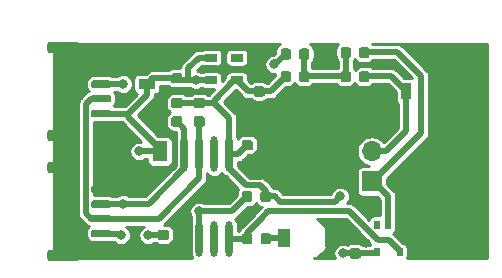
<source format=gbr>
G04 #@! TF.GenerationSoftware,KiCad,Pcbnew,(5.99.0-397-g773f45aae)*
G04 #@! TF.CreationDate,2019-12-11T08:39:11+01:00*
G04 #@! TF.ProjectId,TFRPM01A,54465250-4d30-4314-912e-6b696361645f,REV*
G04 #@! TF.SameCoordinates,Original*
G04 #@! TF.FileFunction,Copper,L2,Bot*
G04 #@! TF.FilePolarity,Positive*
%FSLAX46Y46*%
G04 Gerber Fmt 4.6, Leading zero omitted, Abs format (unit mm)*
G04 Created by KiCad (PCBNEW (5.99.0-397-g773f45aae)) date 2019-12-11 08:39:11*
%MOMM*%
%LPD*%
G04 APERTURE LIST*
G04 #@! TA.AperFunction,ComponentPad*
%ADD10O,1.700000X1.700000*%
G04 #@! TD*
G04 #@! TA.AperFunction,ComponentPad*
%ADD11R,1.700000X1.700000*%
G04 #@! TD*
G04 #@! TA.AperFunction,SMDPad,CuDef*
%ADD12O,0.609600X3.000000*%
G04 #@! TD*
G04 #@! TA.AperFunction,SMDPad,CuDef*
%ADD13R,1.060000X0.650000*%
G04 #@! TD*
G04 #@! TA.AperFunction,SMDPad,CuDef*
%ADD14R,0.510000X0.700000*%
G04 #@! TD*
G04 #@! TA.AperFunction,ComponentPad*
%ADD15C,6.000000*%
G04 #@! TD*
G04 #@! TA.AperFunction,SMDPad,CuDef*
%ADD16R,1.050000X1.500000*%
G04 #@! TD*
G04 #@! TA.AperFunction,SMDPad,CuDef*
%ADD17R,1.300000X1.700000*%
G04 #@! TD*
G04 #@! TA.AperFunction,SMDPad,CuDef*
%ADD18R,1.397000X0.889000*%
G04 #@! TD*
G04 #@! TA.AperFunction,SMDPad,CuDef*
%ADD19R,0.889000X1.397000*%
G04 #@! TD*
G04 #@! TA.AperFunction,ViaPad*
%ADD20C,0.800000*%
G04 #@! TD*
G04 #@! TA.AperFunction,Conductor*
%ADD21C,0.500000*%
G04 #@! TD*
G04 #@! TA.AperFunction,Conductor*
%ADD22C,0.254000*%
G04 #@! TD*
G04 APERTURE END LIST*
D10*
G04 #@! TO.P,J1,3*
G04 #@! TO.N,GND*
X138303000Y-129791096D03*
G04 #@! TO.P,J1,2*
G04 #@! TO.N,Net-(C2-Pad1)*
X138303000Y-132331096D03*
D11*
G04 #@! TO.P,J1,1*
G04 #@! TO.N,/COUNT*
X138303000Y-134871096D03*
G04 #@! TD*
G04 #@! TA.AperFunction,SMDPad,CuDef*
G04 #@! TO.P,C6,2*
G04 #@! TO.N,GND*
G36*
X137245962Y-138971247D02*
G01*
X137316930Y-139018666D01*
X137364349Y-139089634D01*
X137381000Y-139173346D01*
X137381000Y-139610846D01*
X137364349Y-139694558D01*
X137316930Y-139765526D01*
X137245962Y-139812945D01*
X137162250Y-139829596D01*
X136649750Y-139829596D01*
X136566038Y-139812945D01*
X136495070Y-139765526D01*
X136447651Y-139694558D01*
X136431000Y-139610846D01*
X136431000Y-139173346D01*
X136447651Y-139089634D01*
X136495070Y-139018666D01*
X136566038Y-138971247D01*
X136649750Y-138954596D01*
X137162250Y-138954596D01*
X137245962Y-138971247D01*
G37*
G04 #@! TD.AperFunction*
G04 #@! TA.AperFunction,SMDPad,CuDef*
G04 #@! TO.P,C6,1*
G04 #@! TO.N,+3V3*
G36*
X137245962Y-140546247D02*
G01*
X137316930Y-140593666D01*
X137364349Y-140664634D01*
X137381000Y-140748346D01*
X137381000Y-141185846D01*
X137364349Y-141269558D01*
X137316930Y-141340526D01*
X137245962Y-141387945D01*
X137162250Y-141404596D01*
X136649750Y-141404596D01*
X136566038Y-141387945D01*
X136495070Y-141340526D01*
X136447651Y-141269558D01*
X136431000Y-141185846D01*
X136431000Y-140748346D01*
X136447651Y-140664634D01*
X136495070Y-140593666D01*
X136566038Y-140546247D01*
X136649750Y-140529596D01*
X137162250Y-140529596D01*
X137245962Y-140546247D01*
G37*
G04 #@! TD.AperFunction*
G04 #@! TD*
G04 #@! TA.AperFunction,SMDPad,CuDef*
G04 #@! TO.P,C5,2*
G04 #@! TO.N,GND*
G36*
X128101962Y-132951747D02*
G01*
X128172930Y-132999166D01*
X128220349Y-133070134D01*
X128237000Y-133153846D01*
X128237000Y-133591346D01*
X128220349Y-133675058D01*
X128172930Y-133746026D01*
X128101962Y-133793445D01*
X128018250Y-133810096D01*
X127505750Y-133810096D01*
X127422038Y-133793445D01*
X127351070Y-133746026D01*
X127303651Y-133675058D01*
X127287000Y-133591346D01*
X127287000Y-133153846D01*
X127303651Y-133070134D01*
X127351070Y-132999166D01*
X127422038Y-132951747D01*
X127505750Y-132935096D01*
X128018250Y-132935096D01*
X128101962Y-132951747D01*
G37*
G04 #@! TD.AperFunction*
G04 #@! TA.AperFunction,SMDPad,CuDef*
G04 #@! TO.P,C5,1*
G04 #@! TO.N,+3V3*
G36*
X128101962Y-131376747D02*
G01*
X128172930Y-131424166D01*
X128220349Y-131495134D01*
X128237000Y-131578846D01*
X128237000Y-132016346D01*
X128220349Y-132100058D01*
X128172930Y-132171026D01*
X128101962Y-132218445D01*
X128018250Y-132235096D01*
X127505750Y-132235096D01*
X127422038Y-132218445D01*
X127351070Y-132171026D01*
X127303651Y-132100058D01*
X127287000Y-132016346D01*
X127287000Y-131578846D01*
X127303651Y-131495134D01*
X127351070Y-131424166D01*
X127422038Y-131376747D01*
X127505750Y-131360096D01*
X128018250Y-131360096D01*
X128101962Y-131376747D01*
G37*
G04 #@! TD.AperFunction*
G04 #@! TD*
G04 #@! TA.AperFunction,SMDPad,CuDef*
G04 #@! TO.P,J3,MP*
G04 #@! TO.N,GND*
G36*
X113383671Y-133205126D02*
G01*
X113464777Y-133259319D01*
X113518970Y-133340425D01*
X113538000Y-133436096D01*
X113538000Y-133936096D01*
X113518970Y-134031767D01*
X113464777Y-134112873D01*
X113383671Y-134167066D01*
X113288000Y-134186096D01*
X111088000Y-134186096D01*
X110992329Y-134167066D01*
X110911223Y-134112873D01*
X110857030Y-134031767D01*
X110838000Y-133936096D01*
X110838000Y-133436096D01*
X110857030Y-133340425D01*
X110911223Y-133259319D01*
X110992329Y-133205126D01*
X111088000Y-133186096D01*
X113288000Y-133186096D01*
X113383671Y-133205126D01*
G37*
G04 #@! TD.AperFunction*
G04 #@! TA.AperFunction,SMDPad,CuDef*
G36*
X113383671Y-140655126D02*
G01*
X113464777Y-140709319D01*
X113518970Y-140790425D01*
X113538000Y-140886096D01*
X113538000Y-141386096D01*
X113518970Y-141481767D01*
X113464777Y-141562873D01*
X113383671Y-141617066D01*
X113288000Y-141636096D01*
X111088000Y-141636096D01*
X110992329Y-141617066D01*
X110911223Y-141562873D01*
X110857030Y-141481767D01*
X110838000Y-141386096D01*
X110838000Y-140886096D01*
X110857030Y-140790425D01*
X110911223Y-140709319D01*
X110992329Y-140655126D01*
X111088000Y-140636096D01*
X113288000Y-140636096D01*
X113383671Y-140655126D01*
G37*
G04 #@! TD.AperFunction*
G04 #@! TA.AperFunction,SMDPad,CuDef*
G04 #@! TO.P,J3,4*
G36*
X116145403Y-135247514D02*
G01*
X116194066Y-135280030D01*
X116226582Y-135328693D01*
X116238000Y-135386096D01*
X116238000Y-135686096D01*
X116226582Y-135743499D01*
X116194066Y-135792162D01*
X116145403Y-135824678D01*
X116088000Y-135836096D01*
X114688000Y-135836096D01*
X114630597Y-135824678D01*
X114581934Y-135792162D01*
X114549418Y-135743499D01*
X114538000Y-135686096D01*
X114538000Y-135386096D01*
X114549418Y-135328693D01*
X114581934Y-135280030D01*
X114630597Y-135247514D01*
X114688000Y-135236096D01*
X116088000Y-135236096D01*
X116145403Y-135247514D01*
G37*
G04 #@! TD.AperFunction*
G04 #@! TA.AperFunction,SMDPad,CuDef*
G04 #@! TO.P,J3,3*
G04 #@! TO.N,/SDA*
G36*
X116145403Y-136497514D02*
G01*
X116194066Y-136530030D01*
X116226582Y-136578693D01*
X116238000Y-136636096D01*
X116238000Y-136936096D01*
X116226582Y-136993499D01*
X116194066Y-137042162D01*
X116145403Y-137074678D01*
X116088000Y-137086096D01*
X114688000Y-137086096D01*
X114630597Y-137074678D01*
X114581934Y-137042162D01*
X114549418Y-136993499D01*
X114538000Y-136936096D01*
X114538000Y-136636096D01*
X114549418Y-136578693D01*
X114581934Y-136530030D01*
X114630597Y-136497514D01*
X114688000Y-136486096D01*
X116088000Y-136486096D01*
X116145403Y-136497514D01*
G37*
G04 #@! TD.AperFunction*
G04 #@! TA.AperFunction,SMDPad,CuDef*
G04 #@! TO.P,J3,2*
G04 #@! TO.N,/SCL*
G36*
X116145403Y-137747514D02*
G01*
X116194066Y-137780030D01*
X116226582Y-137828693D01*
X116238000Y-137886096D01*
X116238000Y-138186096D01*
X116226582Y-138243499D01*
X116194066Y-138292162D01*
X116145403Y-138324678D01*
X116088000Y-138336096D01*
X114688000Y-138336096D01*
X114630597Y-138324678D01*
X114581934Y-138292162D01*
X114549418Y-138243499D01*
X114538000Y-138186096D01*
X114538000Y-137886096D01*
X114549418Y-137828693D01*
X114581934Y-137780030D01*
X114630597Y-137747514D01*
X114688000Y-137736096D01*
X116088000Y-137736096D01*
X116145403Y-137747514D01*
G37*
G04 #@! TD.AperFunction*
G04 #@! TA.AperFunction,SMDPad,CuDef*
G04 #@! TO.P,J3,1*
G04 #@! TO.N,+5V*
G36*
X116145403Y-138997514D02*
G01*
X116194066Y-139030030D01*
X116226582Y-139078693D01*
X116238000Y-139136096D01*
X116238000Y-139436096D01*
X116226582Y-139493499D01*
X116194066Y-139542162D01*
X116145403Y-139574678D01*
X116088000Y-139586096D01*
X114688000Y-139586096D01*
X114630597Y-139574678D01*
X114581934Y-139542162D01*
X114549418Y-139493499D01*
X114538000Y-139436096D01*
X114538000Y-139136096D01*
X114549418Y-139078693D01*
X114581934Y-139030030D01*
X114630597Y-138997514D01*
X114688000Y-138986096D01*
X116088000Y-138986096D01*
X116145403Y-138997514D01*
G37*
G04 #@! TD.AperFunction*
G04 #@! TD*
D12*
G04 #@! TO.P,U1,1*
G04 #@! TO.N,Net-(R4-Pad1)*
X126238000Y-139745096D03*
G04 #@! TO.P,U1,2*
G04 #@! TO.N,Net-(U1-Pad2)*
X124968000Y-139745096D03*
G04 #@! TO.P,U1,3*
G04 #@! TO.N,Net-(R5-Pad1)*
X123698000Y-139745096D03*
G04 #@! TO.P,U1,4*
G04 #@! TO.N,GND*
X122423000Y-139721096D03*
G04 #@! TO.P,U1,5*
G04 #@! TO.N,/SDA*
X122428000Y-132577096D03*
G04 #@! TO.P,U1,6*
G04 #@! TO.N,/SCL*
X123698000Y-132577096D03*
G04 #@! TO.P,U1,7*
G04 #@! TO.N,Net-(U1-Pad7)*
X124968000Y-132577096D03*
G04 #@! TO.P,U1,8*
G04 #@! TO.N,+3V3*
X126238000Y-132577096D03*
G04 #@! TD*
D13*
G04 #@! TO.P,U3,5*
G04 #@! TO.N,+3V3*
X126873000Y-126296096D03*
G04 #@! TO.P,U3,4*
G04 #@! TO.N,Net-(U3-Pad4)*
X126873000Y-124396096D03*
G04 #@! TO.P,U3,3*
G04 #@! TO.N,+5V*
X124673000Y-124396096D03*
G04 #@! TO.P,U3,2*
G04 #@! TO.N,GND*
X124673000Y-125346096D03*
G04 #@! TO.P,U3,1*
G04 #@! TO.N,+5V*
X124673000Y-126296096D03*
G04 #@! TD*
D14*
G04 #@! TO.P,U2,5*
G04 #@! TO.N,+3V3*
X138750000Y-140857096D03*
G04 #@! TO.P,U2,4*
G04 #@! TO.N,Net-(R4-Pad1)*
X140650000Y-140857096D03*
G04 #@! TO.P,U2,3*
G04 #@! TO.N,GND*
X140650000Y-138537096D03*
G04 #@! TO.P,U2,2*
G04 #@! TO.N,/COUNT*
X139700000Y-138537096D03*
G04 #@! TO.P,U2,1*
G04 #@! TO.N,N/C*
X138750000Y-138537096D03*
G04 #@! TD*
G04 #@! TA.AperFunction,SMDPad,CuDef*
G04 #@! TO.P,R10,2*
G04 #@! TO.N,Net-(R1-Pad1)*
G36*
X136395462Y-125522747D02*
G01*
X136466430Y-125570166D01*
X136513849Y-125641134D01*
X136530500Y-125724846D01*
X136530500Y-126237346D01*
X136513849Y-126321058D01*
X136466430Y-126392026D01*
X136395462Y-126439445D01*
X136311750Y-126456096D01*
X135874250Y-126456096D01*
X135790538Y-126439445D01*
X135719570Y-126392026D01*
X135672151Y-126321058D01*
X135655500Y-126237346D01*
X135655500Y-125724846D01*
X135672151Y-125641134D01*
X135719570Y-125570166D01*
X135790538Y-125522747D01*
X135874250Y-125506096D01*
X136311750Y-125506096D01*
X136395462Y-125522747D01*
G37*
G04 #@! TD.AperFunction*
G04 #@! TA.AperFunction,SMDPad,CuDef*
G04 #@! TO.P,R10,1*
G04 #@! TO.N,Net-(C2-Pad1)*
G36*
X137970462Y-125522747D02*
G01*
X138041430Y-125570166D01*
X138088849Y-125641134D01*
X138105500Y-125724846D01*
X138105500Y-126237346D01*
X138088849Y-126321058D01*
X138041430Y-126392026D01*
X137970462Y-126439445D01*
X137886750Y-126456096D01*
X137449250Y-126456096D01*
X137365538Y-126439445D01*
X137294570Y-126392026D01*
X137247151Y-126321058D01*
X137230500Y-126237346D01*
X137230500Y-125724846D01*
X137247151Y-125641134D01*
X137294570Y-125570166D01*
X137365538Y-125522747D01*
X137449250Y-125506096D01*
X137886750Y-125506096D01*
X137970462Y-125522747D01*
G37*
G04 #@! TD.AperFunction*
G04 #@! TD*
G04 #@! TA.AperFunction,SMDPad,CuDef*
G04 #@! TO.P,R8,2*
G04 #@! TO.N,Net-(R1-Pad1)*
G36*
X132890462Y-125522747D02*
G01*
X132961430Y-125570166D01*
X133008849Y-125641134D01*
X133025500Y-125724846D01*
X133025500Y-126237346D01*
X133008849Y-126321058D01*
X132961430Y-126392026D01*
X132890462Y-126439445D01*
X132806750Y-126456096D01*
X132369250Y-126456096D01*
X132285538Y-126439445D01*
X132214570Y-126392026D01*
X132167151Y-126321058D01*
X132150500Y-126237346D01*
X132150500Y-125724846D01*
X132167151Y-125641134D01*
X132214570Y-125570166D01*
X132285538Y-125522747D01*
X132369250Y-125506096D01*
X132806750Y-125506096D01*
X132890462Y-125522747D01*
G37*
G04 #@! TD.AperFunction*
G04 #@! TA.AperFunction,SMDPad,CuDef*
G04 #@! TO.P,R8,1*
G04 #@! TO.N,+3V3*
G36*
X131315462Y-125522747D02*
G01*
X131386430Y-125570166D01*
X131433849Y-125641134D01*
X131450500Y-125724846D01*
X131450500Y-126237346D01*
X131433849Y-126321058D01*
X131386430Y-126392026D01*
X131315462Y-126439445D01*
X131231750Y-126456096D01*
X130794250Y-126456096D01*
X130710538Y-126439445D01*
X130639570Y-126392026D01*
X130592151Y-126321058D01*
X130575500Y-126237346D01*
X130575500Y-125724846D01*
X130592151Y-125641134D01*
X130639570Y-125570166D01*
X130710538Y-125522747D01*
X130794250Y-125506096D01*
X131231750Y-125506096D01*
X131315462Y-125522747D01*
G37*
G04 #@! TD.AperFunction*
G04 #@! TD*
G04 #@! TA.AperFunction,SMDPad,CuDef*
G04 #@! TO.P,R7,2*
G04 #@! TO.N,Net-(R5-Pad1)*
G36*
X128038962Y-135682747D02*
G01*
X128109930Y-135730166D01*
X128157349Y-135801134D01*
X128174000Y-135884846D01*
X128174000Y-136397346D01*
X128157349Y-136481058D01*
X128109930Y-136552026D01*
X128038962Y-136599445D01*
X127955250Y-136616096D01*
X127517750Y-136616096D01*
X127434038Y-136599445D01*
X127363070Y-136552026D01*
X127315651Y-136481058D01*
X127299000Y-136397346D01*
X127299000Y-135884846D01*
X127315651Y-135801134D01*
X127363070Y-135730166D01*
X127434038Y-135682747D01*
X127517750Y-135666096D01*
X127955250Y-135666096D01*
X128038962Y-135682747D01*
G37*
G04 #@! TD.AperFunction*
G04 #@! TA.AperFunction,SMDPad,CuDef*
G04 #@! TO.P,R7,1*
G04 #@! TO.N,+3V3*
G36*
X129613962Y-135682747D02*
G01*
X129684930Y-135730166D01*
X129732349Y-135801134D01*
X129749000Y-135884846D01*
X129749000Y-136397346D01*
X129732349Y-136481058D01*
X129684930Y-136552026D01*
X129613962Y-136599445D01*
X129530250Y-136616096D01*
X129092750Y-136616096D01*
X129009038Y-136599445D01*
X128938070Y-136552026D01*
X128890651Y-136481058D01*
X128874000Y-136397346D01*
X128874000Y-135884846D01*
X128890651Y-135801134D01*
X128938070Y-135730166D01*
X129009038Y-135682747D01*
X129092750Y-135666096D01*
X129530250Y-135666096D01*
X129613962Y-135682747D01*
G37*
G04 #@! TD.AperFunction*
G04 #@! TD*
G04 #@! TA.AperFunction,SMDPad,CuDef*
G04 #@! TO.P,R6,2*
G04 #@! TO.N,Net-(R1-Pad1)*
G36*
X132890462Y-123617747D02*
G01*
X132961430Y-123665166D01*
X133008849Y-123736134D01*
X133025500Y-123819846D01*
X133025500Y-124332346D01*
X133008849Y-124416058D01*
X132961430Y-124487026D01*
X132890462Y-124534445D01*
X132806750Y-124551096D01*
X132369250Y-124551096D01*
X132285538Y-124534445D01*
X132214570Y-124487026D01*
X132167151Y-124416058D01*
X132150500Y-124332346D01*
X132150500Y-123819846D01*
X132167151Y-123736134D01*
X132214570Y-123665166D01*
X132285538Y-123617747D01*
X132369250Y-123601096D01*
X132806750Y-123601096D01*
X132890462Y-123617747D01*
G37*
G04 #@! TD.AperFunction*
G04 #@! TA.AperFunction,SMDPad,CuDef*
G04 #@! TO.P,R6,1*
G04 #@! TO.N,+5V*
G36*
X131315462Y-123617747D02*
G01*
X131386430Y-123665166D01*
X131433849Y-123736134D01*
X131450500Y-123819846D01*
X131450500Y-124332346D01*
X131433849Y-124416058D01*
X131386430Y-124487026D01*
X131315462Y-124534445D01*
X131231750Y-124551096D01*
X130794250Y-124551096D01*
X130710538Y-124534445D01*
X130639570Y-124487026D01*
X130592151Y-124416058D01*
X130575500Y-124332346D01*
X130575500Y-123819846D01*
X130592151Y-123736134D01*
X130639570Y-123665166D01*
X130710538Y-123617747D01*
X130794250Y-123601096D01*
X131231750Y-123601096D01*
X131315462Y-123617747D01*
G37*
G04 #@! TD.AperFunction*
G04 #@! TD*
G04 #@! TA.AperFunction,SMDPad,CuDef*
G04 #@! TO.P,R5,2*
G04 #@! TO.N,GND*
G36*
X120989962Y-140546247D02*
G01*
X121060930Y-140593666D01*
X121108349Y-140664634D01*
X121125000Y-140748346D01*
X121125000Y-141185846D01*
X121108349Y-141269558D01*
X121060930Y-141340526D01*
X120989962Y-141387945D01*
X120906250Y-141404596D01*
X120393750Y-141404596D01*
X120310038Y-141387945D01*
X120239070Y-141340526D01*
X120191651Y-141269558D01*
X120175000Y-141185846D01*
X120175000Y-140748346D01*
X120191651Y-140664634D01*
X120239070Y-140593666D01*
X120310038Y-140546247D01*
X120393750Y-140529596D01*
X120906250Y-140529596D01*
X120989962Y-140546247D01*
G37*
G04 #@! TD.AperFunction*
G04 #@! TA.AperFunction,SMDPad,CuDef*
G04 #@! TO.P,R5,1*
G04 #@! TO.N,Net-(R5-Pad1)*
G36*
X120989962Y-138971247D02*
G01*
X121060930Y-139018666D01*
X121108349Y-139089634D01*
X121125000Y-139173346D01*
X121125000Y-139610846D01*
X121108349Y-139694558D01*
X121060930Y-139765526D01*
X120989962Y-139812945D01*
X120906250Y-139829596D01*
X120393750Y-139829596D01*
X120310038Y-139812945D01*
X120239070Y-139765526D01*
X120191651Y-139694558D01*
X120175000Y-139610846D01*
X120175000Y-139173346D01*
X120191651Y-139089634D01*
X120239070Y-139018666D01*
X120310038Y-138971247D01*
X120393750Y-138954596D01*
X120906250Y-138954596D01*
X120989962Y-138971247D01*
G37*
G04 #@! TD.AperFunction*
G04 #@! TD*
G04 #@! TA.AperFunction,SMDPad,CuDef*
G04 #@! TO.P,R4,2*
G04 #@! TO.N,Net-(D2-Pad2)*
G36*
X129639462Y-139238747D02*
G01*
X129710430Y-139286166D01*
X129757849Y-139357134D01*
X129774500Y-139440846D01*
X129774500Y-139953346D01*
X129757849Y-140037058D01*
X129710430Y-140108026D01*
X129639462Y-140155445D01*
X129555750Y-140172096D01*
X129118250Y-140172096D01*
X129034538Y-140155445D01*
X128963570Y-140108026D01*
X128916151Y-140037058D01*
X128899500Y-139953346D01*
X128899500Y-139440846D01*
X128916151Y-139357134D01*
X128963570Y-139286166D01*
X129034538Y-139238747D01*
X129118250Y-139222096D01*
X129555750Y-139222096D01*
X129639462Y-139238747D01*
G37*
G04 #@! TD.AperFunction*
G04 #@! TA.AperFunction,SMDPad,CuDef*
G04 #@! TO.P,R4,1*
G04 #@! TO.N,Net-(R4-Pad1)*
G36*
X128064462Y-139238747D02*
G01*
X128135430Y-139286166D01*
X128182849Y-139357134D01*
X128199500Y-139440846D01*
X128199500Y-139953346D01*
X128182849Y-140037058D01*
X128135430Y-140108026D01*
X128064462Y-140155445D01*
X127980750Y-140172096D01*
X127543250Y-140172096D01*
X127459538Y-140155445D01*
X127388570Y-140108026D01*
X127341151Y-140037058D01*
X127324500Y-139953346D01*
X127324500Y-139440846D01*
X127341151Y-139357134D01*
X127388570Y-139286166D01*
X127459538Y-139238747D01*
X127543250Y-139222096D01*
X127980750Y-139222096D01*
X128064462Y-139238747D01*
G37*
G04 #@! TD.AperFunction*
G04 #@! TD*
G04 #@! TA.AperFunction,SMDPad,CuDef*
G04 #@! TO.P,R3,2*
G04 #@! TO.N,/SDA*
G36*
X122132962Y-129370247D02*
G01*
X122203930Y-129417666D01*
X122251349Y-129488634D01*
X122268000Y-129572346D01*
X122268000Y-130009846D01*
X122251349Y-130093558D01*
X122203930Y-130164526D01*
X122132962Y-130211945D01*
X122049250Y-130228596D01*
X121536750Y-130228596D01*
X121453038Y-130211945D01*
X121382070Y-130164526D01*
X121334651Y-130093558D01*
X121318000Y-130009846D01*
X121318000Y-129572346D01*
X121334651Y-129488634D01*
X121382070Y-129417666D01*
X121453038Y-129370247D01*
X121536750Y-129353596D01*
X122049250Y-129353596D01*
X122132962Y-129370247D01*
G37*
G04 #@! TD.AperFunction*
G04 #@! TA.AperFunction,SMDPad,CuDef*
G04 #@! TO.P,R3,1*
G04 #@! TO.N,+3V3*
G36*
X122132962Y-127795247D02*
G01*
X122203930Y-127842666D01*
X122251349Y-127913634D01*
X122268000Y-127997346D01*
X122268000Y-128434846D01*
X122251349Y-128518558D01*
X122203930Y-128589526D01*
X122132962Y-128636945D01*
X122049250Y-128653596D01*
X121536750Y-128653596D01*
X121453038Y-128636945D01*
X121382070Y-128589526D01*
X121334651Y-128518558D01*
X121318000Y-128434846D01*
X121318000Y-127997346D01*
X121334651Y-127913634D01*
X121382070Y-127842666D01*
X121453038Y-127795247D01*
X121536750Y-127778596D01*
X122049250Y-127778596D01*
X122132962Y-127795247D01*
G37*
G04 #@! TD.AperFunction*
G04 #@! TD*
G04 #@! TA.AperFunction,SMDPad,CuDef*
G04 #@! TO.P,R2,2*
G04 #@! TO.N,/SCL*
G36*
X124037962Y-129370247D02*
G01*
X124108930Y-129417666D01*
X124156349Y-129488634D01*
X124173000Y-129572346D01*
X124173000Y-130009846D01*
X124156349Y-130093558D01*
X124108930Y-130164526D01*
X124037962Y-130211945D01*
X123954250Y-130228596D01*
X123441750Y-130228596D01*
X123358038Y-130211945D01*
X123287070Y-130164526D01*
X123239651Y-130093558D01*
X123223000Y-130009846D01*
X123223000Y-129572346D01*
X123239651Y-129488634D01*
X123287070Y-129417666D01*
X123358038Y-129370247D01*
X123441750Y-129353596D01*
X123954250Y-129353596D01*
X124037962Y-129370247D01*
G37*
G04 #@! TD.AperFunction*
G04 #@! TA.AperFunction,SMDPad,CuDef*
G04 #@! TO.P,R2,1*
G04 #@! TO.N,+3V3*
G36*
X124037962Y-127795247D02*
G01*
X124108930Y-127842666D01*
X124156349Y-127913634D01*
X124173000Y-127997346D01*
X124173000Y-128434846D01*
X124156349Y-128518558D01*
X124108930Y-128589526D01*
X124037962Y-128636945D01*
X123954250Y-128653596D01*
X123441750Y-128653596D01*
X123358038Y-128636945D01*
X123287070Y-128589526D01*
X123239651Y-128518558D01*
X123223000Y-128434846D01*
X123223000Y-127997346D01*
X123239651Y-127913634D01*
X123287070Y-127842666D01*
X123358038Y-127795247D01*
X123441750Y-127778596D01*
X123954250Y-127778596D01*
X124037962Y-127795247D01*
G37*
G04 #@! TD.AperFunction*
G04 #@! TD*
G04 #@! TA.AperFunction,SMDPad,CuDef*
G04 #@! TO.P,R1,2*
G04 #@! TO.N,/COUNT*
G36*
X137970462Y-123490747D02*
G01*
X138041430Y-123538166D01*
X138088849Y-123609134D01*
X138105500Y-123692846D01*
X138105500Y-124205346D01*
X138088849Y-124289058D01*
X138041430Y-124360026D01*
X137970462Y-124407445D01*
X137886750Y-124424096D01*
X137449250Y-124424096D01*
X137365538Y-124407445D01*
X137294570Y-124360026D01*
X137247151Y-124289058D01*
X137230500Y-124205346D01*
X137230500Y-123692846D01*
X137247151Y-123609134D01*
X137294570Y-123538166D01*
X137365538Y-123490747D01*
X137449250Y-123474096D01*
X137886750Y-123474096D01*
X137970462Y-123490747D01*
G37*
G04 #@! TD.AperFunction*
G04 #@! TA.AperFunction,SMDPad,CuDef*
G04 #@! TO.P,R1,1*
G04 #@! TO.N,Net-(R1-Pad1)*
G36*
X136395462Y-123490747D02*
G01*
X136466430Y-123538166D01*
X136513849Y-123609134D01*
X136530500Y-123692846D01*
X136530500Y-124205346D01*
X136513849Y-124289058D01*
X136466430Y-124360026D01*
X136395462Y-124407445D01*
X136311750Y-124424096D01*
X135874250Y-124424096D01*
X135790538Y-124407445D01*
X135719570Y-124360026D01*
X135672151Y-124289058D01*
X135655500Y-124205346D01*
X135655500Y-123692846D01*
X135672151Y-123609134D01*
X135719570Y-123538166D01*
X135790538Y-123490747D01*
X135874250Y-123474096D01*
X136311750Y-123474096D01*
X136395462Y-123490747D01*
G37*
G04 #@! TD.AperFunction*
G04 #@! TD*
D15*
G04 #@! TO.P,Me,1*
G04 #@! TO.N,GND*
X132588000Y-132331096D03*
G04 #@! TD*
G04 #@! TA.AperFunction,SMDPad,CuDef*
G04 #@! TO.P,J2,MP*
G04 #@! TO.N,GND*
G36*
X113383671Y-123045126D02*
G01*
X113464777Y-123099319D01*
X113518970Y-123180425D01*
X113538000Y-123276096D01*
X113538000Y-123776096D01*
X113518970Y-123871767D01*
X113464777Y-123952873D01*
X113383671Y-124007066D01*
X113288000Y-124026096D01*
X111088000Y-124026096D01*
X110992329Y-124007066D01*
X110911223Y-123952873D01*
X110857030Y-123871767D01*
X110838000Y-123776096D01*
X110838000Y-123276096D01*
X110857030Y-123180425D01*
X110911223Y-123099319D01*
X110992329Y-123045126D01*
X111088000Y-123026096D01*
X113288000Y-123026096D01*
X113383671Y-123045126D01*
G37*
G04 #@! TD.AperFunction*
G04 #@! TA.AperFunction,SMDPad,CuDef*
G36*
X113383671Y-130495126D02*
G01*
X113464777Y-130549319D01*
X113518970Y-130630425D01*
X113538000Y-130726096D01*
X113538000Y-131226096D01*
X113518970Y-131321767D01*
X113464777Y-131402873D01*
X113383671Y-131457066D01*
X113288000Y-131476096D01*
X111088000Y-131476096D01*
X110992329Y-131457066D01*
X110911223Y-131402873D01*
X110857030Y-131321767D01*
X110838000Y-131226096D01*
X110838000Y-130726096D01*
X110857030Y-130630425D01*
X110911223Y-130549319D01*
X110992329Y-130495126D01*
X111088000Y-130476096D01*
X113288000Y-130476096D01*
X113383671Y-130495126D01*
G37*
G04 #@! TD.AperFunction*
G04 #@! TA.AperFunction,SMDPad,CuDef*
G04 #@! TO.P,J2,4*
G36*
X116145403Y-125087514D02*
G01*
X116194066Y-125120030D01*
X116226582Y-125168693D01*
X116238000Y-125226096D01*
X116238000Y-125526096D01*
X116226582Y-125583499D01*
X116194066Y-125632162D01*
X116145403Y-125664678D01*
X116088000Y-125676096D01*
X114688000Y-125676096D01*
X114630597Y-125664678D01*
X114581934Y-125632162D01*
X114549418Y-125583499D01*
X114538000Y-125526096D01*
X114538000Y-125226096D01*
X114549418Y-125168693D01*
X114581934Y-125120030D01*
X114630597Y-125087514D01*
X114688000Y-125076096D01*
X116088000Y-125076096D01*
X116145403Y-125087514D01*
G37*
G04 #@! TD.AperFunction*
G04 #@! TA.AperFunction,SMDPad,CuDef*
G04 #@! TO.P,J2,3*
G04 #@! TO.N,/SDA*
G36*
X116145403Y-126337514D02*
G01*
X116194066Y-126370030D01*
X116226582Y-126418693D01*
X116238000Y-126476096D01*
X116238000Y-126776096D01*
X116226582Y-126833499D01*
X116194066Y-126882162D01*
X116145403Y-126914678D01*
X116088000Y-126926096D01*
X114688000Y-126926096D01*
X114630597Y-126914678D01*
X114581934Y-126882162D01*
X114549418Y-126833499D01*
X114538000Y-126776096D01*
X114538000Y-126476096D01*
X114549418Y-126418693D01*
X114581934Y-126370030D01*
X114630597Y-126337514D01*
X114688000Y-126326096D01*
X116088000Y-126326096D01*
X116145403Y-126337514D01*
G37*
G04 #@! TD.AperFunction*
G04 #@! TA.AperFunction,SMDPad,CuDef*
G04 #@! TO.P,J2,2*
G04 #@! TO.N,/SCL*
G36*
X116145403Y-127587514D02*
G01*
X116194066Y-127620030D01*
X116226582Y-127668693D01*
X116238000Y-127726096D01*
X116238000Y-128026096D01*
X116226582Y-128083499D01*
X116194066Y-128132162D01*
X116145403Y-128164678D01*
X116088000Y-128176096D01*
X114688000Y-128176096D01*
X114630597Y-128164678D01*
X114581934Y-128132162D01*
X114549418Y-128083499D01*
X114538000Y-128026096D01*
X114538000Y-127726096D01*
X114549418Y-127668693D01*
X114581934Y-127620030D01*
X114630597Y-127587514D01*
X114688000Y-127576096D01*
X116088000Y-127576096D01*
X116145403Y-127587514D01*
G37*
G04 #@! TD.AperFunction*
G04 #@! TA.AperFunction,SMDPad,CuDef*
G04 #@! TO.P,J2,1*
G04 #@! TO.N,+5V*
G36*
X116145403Y-128837514D02*
G01*
X116194066Y-128870030D01*
X116226582Y-128918693D01*
X116238000Y-128976096D01*
X116238000Y-129276096D01*
X116226582Y-129333499D01*
X116194066Y-129382162D01*
X116145403Y-129414678D01*
X116088000Y-129426096D01*
X114688000Y-129426096D01*
X114630597Y-129414678D01*
X114581934Y-129382162D01*
X114549418Y-129333499D01*
X114538000Y-129276096D01*
X114538000Y-128976096D01*
X114549418Y-128918693D01*
X114581934Y-128870030D01*
X114630597Y-128837514D01*
X114688000Y-128826096D01*
X116088000Y-128826096D01*
X116145403Y-128837514D01*
G37*
G04 #@! TD.AperFunction*
G04 #@! TD*
D16*
G04 #@! TO.P,D2,1*
G04 #@! TO.N,GND*
X134874000Y-139697096D03*
G04 #@! TO.P,D2,2*
G04 #@! TO.N,Net-(D2-Pad2)*
X130874000Y-139697096D03*
G04 #@! TD*
D17*
G04 #@! TO.P,D1,2*
G04 #@! TO.N,GND*
X116868000Y-132331096D03*
G04 #@! TO.P,D1,1*
G04 #@! TO.N,+5V*
X120368000Y-132331096D03*
G04 #@! TD*
G04 #@! TA.AperFunction,SMDPad,CuDef*
G04 #@! TO.P,C4,2*
G04 #@! TO.N,GND*
G36*
X122132962Y-124137747D02*
G01*
X122203930Y-124185166D01*
X122251349Y-124256134D01*
X122268000Y-124339846D01*
X122268000Y-124777346D01*
X122251349Y-124861058D01*
X122203930Y-124932026D01*
X122132962Y-124979445D01*
X122049250Y-124996096D01*
X121536750Y-124996096D01*
X121453038Y-124979445D01*
X121382070Y-124932026D01*
X121334651Y-124861058D01*
X121318000Y-124777346D01*
X121318000Y-124339846D01*
X121334651Y-124256134D01*
X121382070Y-124185166D01*
X121453038Y-124137747D01*
X121536750Y-124121096D01*
X122049250Y-124121096D01*
X122132962Y-124137747D01*
G37*
G04 #@! TD.AperFunction*
G04 #@! TA.AperFunction,SMDPad,CuDef*
G04 #@! TO.P,C4,1*
G04 #@! TO.N,+5V*
G36*
X122132962Y-125712747D02*
G01*
X122203930Y-125760166D01*
X122251349Y-125831134D01*
X122268000Y-125914846D01*
X122268000Y-126352346D01*
X122251349Y-126436058D01*
X122203930Y-126507026D01*
X122132962Y-126554445D01*
X122049250Y-126571096D01*
X121536750Y-126571096D01*
X121453038Y-126554445D01*
X121382070Y-126507026D01*
X121334651Y-126436058D01*
X121318000Y-126352346D01*
X121318000Y-125914846D01*
X121334651Y-125831134D01*
X121382070Y-125760166D01*
X121453038Y-125712747D01*
X121536750Y-125696096D01*
X122049250Y-125696096D01*
X122132962Y-125712747D01*
G37*
G04 #@! TD.AperFunction*
G04 #@! TD*
D18*
G04 #@! TO.P,C3,1*
G04 #@! TO.N,+5V*
X119253000Y-126616096D03*
G04 #@! TO.P,C3,2*
G04 #@! TO.N,GND*
X119253000Y-124711096D03*
G04 #@! TD*
D19*
G04 #@! TO.P,C2,1*
G04 #@! TO.N,Net-(C2-Pad1)*
X141224000Y-127251096D03*
G04 #@! TO.P,C2,2*
G04 #@! TO.N,GND*
X139319000Y-127251096D03*
G04 #@! TD*
G04 #@! TA.AperFunction,SMDPad,CuDef*
G04 #@! TO.P,C1,2*
G04 #@! TO.N,GND*
G36*
X129117962Y-125255247D02*
G01*
X129188930Y-125302666D01*
X129236349Y-125373634D01*
X129253000Y-125457346D01*
X129253000Y-125894846D01*
X129236349Y-125978558D01*
X129188930Y-126049526D01*
X129117962Y-126096945D01*
X129034250Y-126113596D01*
X128521750Y-126113596D01*
X128438038Y-126096945D01*
X128367070Y-126049526D01*
X128319651Y-125978558D01*
X128303000Y-125894846D01*
X128303000Y-125457346D01*
X128319651Y-125373634D01*
X128367070Y-125302666D01*
X128438038Y-125255247D01*
X128521750Y-125238596D01*
X129034250Y-125238596D01*
X129117962Y-125255247D01*
G37*
G04 #@! TD.AperFunction*
G04 #@! TA.AperFunction,SMDPad,CuDef*
G04 #@! TO.P,C1,1*
G04 #@! TO.N,+3V3*
G36*
X129117962Y-126830247D02*
G01*
X129188930Y-126877666D01*
X129236349Y-126948634D01*
X129253000Y-127032346D01*
X129253000Y-127469846D01*
X129236349Y-127553558D01*
X129188930Y-127624526D01*
X129117962Y-127671945D01*
X129034250Y-127688596D01*
X128521750Y-127688596D01*
X128438038Y-127671945D01*
X128367070Y-127624526D01*
X128319651Y-127553558D01*
X128303000Y-127469846D01*
X128303000Y-127032346D01*
X128319651Y-126948634D01*
X128367070Y-126877666D01*
X128438038Y-126830247D01*
X128521750Y-126813596D01*
X129034250Y-126813596D01*
X129117962Y-126830247D01*
G37*
G04 #@! TD.AperFunction*
G04 #@! TD*
D20*
G04 #@! TO.N,/SDA*
X117221000Y-126616096D03*
X117221000Y-136776096D03*
G04 #@! TO.N,Net-(R5-Pad1)*
X123698000Y-137411096D03*
X119380000Y-139443096D03*
G04 #@! TO.N,+5V*
X117094000Y-139443096D03*
X118618000Y-132331096D03*
G04 #@! TO.N,+3V3*
X135890000Y-140967096D03*
X135636000Y-136141096D03*
G04 #@! TO.N,GND*
X118618000Y-140713096D03*
X117094000Y-140713096D03*
X115316000Y-140713096D03*
X124968000Y-135633096D03*
X126238000Y-135633096D03*
X127508000Y-138173096D03*
X128270000Y-137411096D03*
X112268000Y-135633096D03*
X112268000Y-136649096D03*
X112268000Y-137665096D03*
X112268000Y-138681096D03*
X112268000Y-129029096D03*
X112268000Y-128013096D03*
X112268000Y-126997096D03*
X112268000Y-125981096D03*
X120142000Y-134363096D03*
X117094000Y-123695096D03*
X126746000Y-128267096D03*
X127762000Y-129029096D03*
X127762000Y-130299096D03*
G04 #@! TO.N,+5V*
X123383000Y-126296096D03*
X130048000Y-124965096D03*
G04 #@! TO.N,GND*
X133858000Y-124965096D03*
X134874000Y-124965096D03*
X138938000Y-124965096D03*
X140208000Y-124965096D03*
X134620000Y-127759096D03*
X135636000Y-127759096D03*
X136652000Y-127759096D03*
X137668000Y-127759096D03*
X136652000Y-128775096D03*
X135636000Y-128775096D03*
X138176000Y-136903096D03*
X143764000Y-140967096D03*
X143764000Y-139951096D03*
X143764000Y-138935096D03*
X143002000Y-134109096D03*
X143002000Y-135382000D03*
X143002000Y-136652000D03*
X121666000Y-140967096D03*
X137806906Y-140061793D03*
X119634000Y-129286000D03*
X120396000Y-128524000D03*
X120396000Y-130048000D03*
X141986000Y-138938000D03*
X115316000Y-130807096D03*
X115316000Y-132331096D03*
X115316000Y-133855096D03*
G04 #@! TD*
D21*
G04 #@! TO.N,+3V3*
X126238000Y-129537096D02*
X124917000Y-128216096D01*
X124917000Y-128216096D02*
X123698000Y-128216096D01*
X126238000Y-132577096D02*
X126238000Y-129537096D01*
X121793000Y-128216096D02*
X123698000Y-128216096D01*
G04 #@! TO.N,/SCL*
X123698000Y-132577096D02*
X123698000Y-129791096D01*
G04 #@! TO.N,/SDA*
X122428000Y-132577096D02*
X122428000Y-130426096D01*
X122428000Y-130426096D02*
X121793000Y-129791096D01*
G04 #@! TO.N,/SCL*
X120279000Y-138036096D02*
X123698000Y-134617096D01*
X115388000Y-138036096D02*
X120279000Y-138036096D01*
X123698000Y-134617096D02*
X123698000Y-132577096D01*
G04 #@! TO.N,/SDA*
X115388000Y-136786096D02*
X117211000Y-136786096D01*
X117211000Y-136786096D02*
X117221000Y-136776096D01*
X122428000Y-132577096D02*
X122428000Y-133772296D01*
X122428000Y-133772296D02*
X119424200Y-136776096D01*
X117786685Y-136776096D02*
X117221000Y-136776096D01*
X119424200Y-136776096D02*
X117786685Y-136776096D01*
G04 #@! TO.N,+5V*
X119735500Y-126133596D02*
X119253000Y-126616096D01*
X121793000Y-126133596D02*
X119735500Y-126133596D01*
X119253000Y-127560596D02*
X119253000Y-126616096D01*
X117687500Y-129126096D02*
X119253000Y-127560596D01*
X115388000Y-129126096D02*
X117687500Y-129126096D01*
X121955500Y-126296096D02*
X121793000Y-126133596D01*
X122743000Y-125296096D02*
X123643000Y-124396096D01*
X122743000Y-126296096D02*
X122743000Y-125296096D01*
X122743000Y-126296096D02*
X121955500Y-126296096D01*
X123643000Y-124396096D02*
X124673000Y-124396096D01*
X123383000Y-126296096D02*
X122743000Y-126296096D01*
G04 #@! TO.N,/SCL*
X114538000Y-127876096D02*
X115388000Y-127876096D01*
X114087990Y-137586086D02*
X114087990Y-128326106D01*
X114087990Y-128326106D02*
X114538000Y-127876096D01*
X114538000Y-138036096D02*
X114087990Y-137586086D01*
X115388000Y-138036096D02*
X114538000Y-138036096D01*
G04 #@! TO.N,/SDA*
X115388000Y-126626096D02*
X117211000Y-126626096D01*
X117211000Y-126626096D02*
X117221000Y-126616096D01*
G04 #@! TO.N,Net-(R5-Pad1)*
X123698000Y-138549896D02*
X123698000Y-139745096D01*
X123698000Y-139745096D02*
X123698000Y-137411096D01*
X120599000Y-139443096D02*
X120650000Y-139392096D01*
X119380000Y-139443096D02*
X120599000Y-139443096D01*
G04 #@! TO.N,Net-(R4-Pad1)*
X127714000Y-139745096D02*
X127762000Y-139697096D01*
X126238000Y-139745096D02*
X127714000Y-139745096D01*
G04 #@! TO.N,Net-(D2-Pad2)*
X129337000Y-139697096D02*
X130874000Y-139697096D01*
G04 #@! TO.N,+3V3*
X138640000Y-140967096D02*
X138750000Y-140857096D01*
X136906000Y-140967096D02*
X138640000Y-140967096D01*
G04 #@! TO.N,Net-(R4-Pad1)*
X127762000Y-139222096D02*
X127762000Y-139697096D01*
X140650000Y-140857096D02*
X140650000Y-140762096D01*
X140650000Y-140762096D02*
X139748010Y-139860106D01*
X139748010Y-139860106D02*
X138792270Y-139860106D01*
G04 #@! TO.N,/COUNT*
X138303000Y-134871096D02*
X138430000Y-134871096D01*
X139700000Y-136141096D02*
X139700000Y-138537096D01*
X138430000Y-134871096D02*
X139700000Y-136141096D01*
G04 #@! TO.N,Net-(R4-Pad1)*
X128921500Y-138062596D02*
X128921500Y-138029596D01*
X128921500Y-138062596D02*
X127762000Y-139222096D01*
X128921500Y-138029596D02*
X129540000Y-137411096D01*
X136398000Y-137411096D02*
X137414000Y-138427096D01*
X129540000Y-137411096D02*
X136398000Y-137411096D01*
X138792270Y-139860106D02*
X137414000Y-138427096D01*
G04 #@! TO.N,+5V*
X120368000Y-132131096D02*
X120368000Y-132331096D01*
X117687500Y-129450596D02*
X120368000Y-132131096D01*
X117687500Y-129126096D02*
X117687500Y-129450596D01*
X115388000Y-139286096D02*
X116937000Y-139286096D01*
X116937000Y-139286096D02*
X117094000Y-139443096D01*
X118618000Y-132331096D02*
X120368000Y-132331096D01*
G04 #@! TO.N,Net-(C2-Pad1)*
X141224000Y-128449596D02*
X141224000Y-127251096D01*
X141224000Y-130612177D02*
X141224000Y-128449596D01*
X139505081Y-132331096D02*
X141224000Y-130612177D01*
X138303000Y-132331096D02*
X139505081Y-132331096D01*
X139954000Y-125981096D02*
X141224000Y-127251096D01*
X137668000Y-125981096D02*
X139954000Y-125981096D01*
G04 #@! TO.N,/COUNT*
X137668000Y-123949096D02*
X140462000Y-123949096D01*
X140462000Y-123949096D02*
X142494000Y-125981096D01*
X138430000Y-134871096D02*
X142494000Y-130807096D01*
X142494000Y-130807096D02*
X142494000Y-130045096D01*
X142494000Y-125981096D02*
X142494000Y-130045096D01*
G04 #@! TO.N,+3V3*
X127828000Y-127251096D02*
X126873000Y-126296096D01*
X128778000Y-127251096D02*
X127828000Y-127251096D01*
X129743000Y-127251096D02*
X131013000Y-125981096D01*
X128778000Y-127251096D02*
X129743000Y-127251096D01*
X126982500Y-132577096D02*
X127762000Y-131797596D01*
X126238000Y-132577096D02*
X126982500Y-132577096D01*
X129311500Y-135666096D02*
X129311500Y-136141096D01*
X128861490Y-135216086D02*
X129311500Y-135666096D01*
X127681790Y-135216086D02*
X128861490Y-135216086D01*
X126238000Y-133772296D02*
X127681790Y-135216086D01*
X126238000Y-132577096D02*
X126238000Y-133772296D01*
X136906000Y-140967096D02*
X135890000Y-140967096D01*
X130547999Y-136581097D02*
X135195999Y-136581097D01*
X135236001Y-136541095D02*
X135636000Y-136141096D01*
X135195999Y-136581097D02*
X135236001Y-136541095D01*
X130107998Y-136141096D02*
X130547999Y-136581097D01*
X129311500Y-136141096D02*
X130107998Y-136141096D01*
X126668000Y-126296096D02*
X126873000Y-126296096D01*
X124917000Y-128047096D02*
X126668000Y-126296096D01*
X124917000Y-128216096D02*
X124917000Y-128047096D01*
G04 #@! TO.N,Net-(R5-Pad1)*
X126466500Y-137411096D02*
X127736500Y-136141096D01*
X123698000Y-137411096D02*
X126466500Y-137411096D01*
G04 #@! TO.N,Net-(R1-Pad1)*
X132588000Y-124076096D02*
X132588000Y-125981096D01*
X132588000Y-125981096D02*
X136093000Y-125981096D01*
X136093000Y-125981096D02*
X136093000Y-123949096D01*
G04 #@! TO.N,+5V*
X124673000Y-126296096D02*
X123383000Y-126296096D01*
X130124000Y-124965096D02*
X131013000Y-124076096D01*
X130048000Y-124965096D02*
X130124000Y-124965096D01*
G04 #@! TO.N,GND*
X120650000Y-140967096D02*
X121666000Y-140967096D01*
X122423000Y-140210096D02*
X121666000Y-140967096D01*
X122423000Y-139721096D02*
X122423000Y-140210096D01*
X136906000Y-139392096D02*
X137137209Y-139392096D01*
X137137209Y-139392096D02*
X137806906Y-140061793D01*
G04 #@! TD*
G04 #@! TO.N,GND*
G36*
X148072001Y-141380096D02*
G01*
X141301750Y-141380096D01*
X141306282Y-141373313D01*
X141336877Y-141219506D01*
X141336877Y-140494686D01*
X141306282Y-140340879D01*
X141212129Y-140199967D01*
X141071217Y-140105814D01*
X140919558Y-140075646D01*
X140277016Y-139433104D01*
X140254907Y-139398864D01*
X140197591Y-139353680D01*
X140186341Y-139342429D01*
X140154040Y-139319347D01*
X140116057Y-139289404D01*
X140121217Y-139288378D01*
X140262129Y-139194225D01*
X140356282Y-139053313D01*
X140386877Y-138899506D01*
X140386877Y-138174686D01*
X140376000Y-138120004D01*
X140376000Y-136213218D01*
X140384577Y-136173379D01*
X140376000Y-136100912D01*
X140376000Y-136084990D01*
X140369477Y-136045803D01*
X140357463Y-135944294D01*
X140350669Y-135932806D01*
X140348388Y-135919102D01*
X140241523Y-135721047D01*
X140167928Y-135653016D01*
X139584877Y-135069965D01*
X139584877Y-134672225D01*
X142921004Y-131336100D01*
X142955241Y-131313993D01*
X143000421Y-131256683D01*
X143011677Y-131245428D01*
X143034774Y-131213108D01*
X143098056Y-131132834D01*
X143101375Y-131119907D01*
X143109453Y-131108603D01*
X143173933Y-130892992D01*
X143170000Y-130792876D01*
X143170000Y-126053218D01*
X143178577Y-126013379D01*
X143170000Y-125940912D01*
X143170000Y-125924990D01*
X143163478Y-125885805D01*
X143151463Y-125784294D01*
X143144670Y-125772808D01*
X143142389Y-125759102D01*
X143035523Y-125561047D01*
X142961915Y-125493004D01*
X140991005Y-123522094D01*
X140968897Y-123487855D01*
X140911582Y-123442671D01*
X140900331Y-123431419D01*
X140868030Y-123408337D01*
X140787737Y-123345040D01*
X140774809Y-123341720D01*
X140763506Y-123333643D01*
X140547895Y-123269163D01*
X140447780Y-123273096D01*
X138371322Y-123273096D01*
X138333579Y-123232096D01*
X148072000Y-123232096D01*
X148072001Y-141380096D01*
G37*
D22*
X148072001Y-141380096D02*
X141301750Y-141380096D01*
X141306282Y-141373313D01*
X141336877Y-141219506D01*
X141336877Y-140494686D01*
X141306282Y-140340879D01*
X141212129Y-140199967D01*
X141071217Y-140105814D01*
X140919558Y-140075646D01*
X140277016Y-139433104D01*
X140254907Y-139398864D01*
X140197591Y-139353680D01*
X140186341Y-139342429D01*
X140154040Y-139319347D01*
X140116057Y-139289404D01*
X140121217Y-139288378D01*
X140262129Y-139194225D01*
X140356282Y-139053313D01*
X140386877Y-138899506D01*
X140386877Y-138174686D01*
X140376000Y-138120004D01*
X140376000Y-136213218D01*
X140384577Y-136173379D01*
X140376000Y-136100912D01*
X140376000Y-136084990D01*
X140369477Y-136045803D01*
X140357463Y-135944294D01*
X140350669Y-135932806D01*
X140348388Y-135919102D01*
X140241523Y-135721047D01*
X140167928Y-135653016D01*
X139584877Y-135069965D01*
X139584877Y-134672225D01*
X142921004Y-131336100D01*
X142955241Y-131313993D01*
X143000421Y-131256683D01*
X143011677Y-131245428D01*
X143034774Y-131213108D01*
X143098056Y-131132834D01*
X143101375Y-131119907D01*
X143109453Y-131108603D01*
X143173933Y-130892992D01*
X143170000Y-130792876D01*
X143170000Y-126053218D01*
X143178577Y-126013379D01*
X143170000Y-125940912D01*
X143170000Y-125924990D01*
X143163478Y-125885805D01*
X143151463Y-125784294D01*
X143144670Y-125772808D01*
X143142389Y-125759102D01*
X143035523Y-125561047D01*
X142961915Y-125493004D01*
X140991005Y-123522094D01*
X140968897Y-123487855D01*
X140911582Y-123442671D01*
X140900331Y-123431419D01*
X140868030Y-123408337D01*
X140787737Y-123345040D01*
X140774809Y-123341720D01*
X140763506Y-123333643D01*
X140547895Y-123269163D01*
X140447780Y-123273096D01*
X138371322Y-123273096D01*
X138333579Y-123232096D01*
X148072000Y-123232096D01*
X148072001Y-141380096D01*
G36*
X130439650Y-123275299D02*
G01*
X130281136Y-123421222D01*
X130178592Y-123610707D01*
X130144872Y-123812780D01*
X130144872Y-123988217D01*
X130000430Y-124132659D01*
X129989731Y-124131808D01*
X129747287Y-124185780D01*
X129531430Y-124308652D01*
X129361245Y-124489565D01*
X129251779Y-124712520D01*
X129212710Y-124957806D01*
X129247492Y-125203738D01*
X129353051Y-125428570D01*
X129520052Y-125612424D01*
X129733732Y-125739046D01*
X129975197Y-125797239D01*
X130144872Y-125786713D01*
X130144872Y-125893215D01*
X129474087Y-126564001D01*
X129432874Y-126519232D01*
X129243389Y-126416688D01*
X129041316Y-126382968D01*
X128517302Y-126382968D01*
X128362013Y-126402325D01*
X128167149Y-126487799D01*
X128090902Y-126557991D01*
X127834877Y-126301966D01*
X127834877Y-125958686D01*
X127804282Y-125804879D01*
X127710129Y-125663967D01*
X127569217Y-125569814D01*
X127415410Y-125539219D01*
X126330590Y-125539219D01*
X126176783Y-125569814D01*
X126035871Y-125663967D01*
X125941718Y-125804879D01*
X125911123Y-125958686D01*
X125911123Y-126096966D01*
X125634877Y-126373212D01*
X125634877Y-125958686D01*
X125604282Y-125804879D01*
X125510129Y-125663967D01*
X125369217Y-125569814D01*
X125215410Y-125539219D01*
X124130590Y-125539219D01*
X123976783Y-125569814D01*
X123901529Y-125620096D01*
X123860433Y-125620096D01*
X123803184Y-125574149D01*
X123572327Y-125482513D01*
X123516994Y-125478109D01*
X123914405Y-125080699D01*
X123976783Y-125122378D01*
X124130590Y-125152973D01*
X125215410Y-125152973D01*
X125369217Y-125122378D01*
X125510129Y-125028225D01*
X125604282Y-124887313D01*
X125634877Y-124733506D01*
X125634877Y-124058686D01*
X125911123Y-124058686D01*
X125911123Y-124733506D01*
X125941718Y-124887313D01*
X126035871Y-125028225D01*
X126176783Y-125122378D01*
X126330590Y-125152973D01*
X127415410Y-125152973D01*
X127569217Y-125122378D01*
X127710129Y-125028225D01*
X127804282Y-124887313D01*
X127834877Y-124733506D01*
X127834877Y-124058686D01*
X127804282Y-123904879D01*
X127710129Y-123763967D01*
X127569217Y-123669814D01*
X127415410Y-123639219D01*
X126330590Y-123639219D01*
X126176783Y-123669814D01*
X126035871Y-123763967D01*
X125941718Y-123904879D01*
X125911123Y-124058686D01*
X125634877Y-124058686D01*
X125604282Y-123904879D01*
X125510129Y-123763967D01*
X125369217Y-123669814D01*
X125215410Y-123639219D01*
X124130590Y-123639219D01*
X123976783Y-123669814D01*
X123901529Y-123720096D01*
X123715122Y-123720096D01*
X123675283Y-123711519D01*
X123602816Y-123720096D01*
X123586894Y-123720096D01*
X123547707Y-123726619D01*
X123446198Y-123738633D01*
X123434710Y-123745427D01*
X123421006Y-123747708D01*
X123222951Y-123854573D01*
X123154932Y-123928155D01*
X122315994Y-124767094D01*
X122281760Y-124789199D01*
X122236580Y-124846509D01*
X122225323Y-124857765D01*
X122202231Y-124890080D01*
X122138943Y-124970361D01*
X122135624Y-124983287D01*
X122127548Y-124994589D01*
X122063067Y-125210201D01*
X122065297Y-125266967D01*
X122056316Y-125265468D01*
X121532302Y-125265468D01*
X121377013Y-125284825D01*
X121182149Y-125370299D01*
X121087321Y-125457596D01*
X119807622Y-125457596D01*
X119767783Y-125449019D01*
X119695316Y-125457596D01*
X119679394Y-125457596D01*
X119640207Y-125464119D01*
X119538698Y-125476133D01*
X119527210Y-125482927D01*
X119513506Y-125485208D01*
X119315451Y-125592073D01*
X119247408Y-125665681D01*
X119173370Y-125739719D01*
X118542090Y-125739719D01*
X118388283Y-125770314D01*
X118247371Y-125864467D01*
X118153218Y-126005379D01*
X118122623Y-126159186D01*
X118122623Y-127073006D01*
X118153218Y-127226813D01*
X118247371Y-127367725D01*
X118388283Y-127461878D01*
X118394478Y-127463110D01*
X117407493Y-128450096D01*
X116476298Y-128450096D01*
X116518445Y-128418268D01*
X116631810Y-128235178D01*
X116669197Y-128035174D01*
X116669197Y-127714076D01*
X116611771Y-127469916D01*
X116485039Y-127302096D01*
X116758311Y-127302096D01*
X116906732Y-127390046D01*
X117148197Y-127448239D01*
X117396099Y-127432860D01*
X117628520Y-127345267D01*
X117824911Y-127193205D01*
X117967907Y-126990118D01*
X118045022Y-126753482D01*
X118047295Y-126493112D01*
X117974321Y-126255165D01*
X117834890Y-126049615D01*
X117641184Y-125894149D01*
X117410327Y-125802513D01*
X117162731Y-125782808D01*
X116920287Y-125836780D01*
X116721218Y-125950096D01*
X116325846Y-125950096D01*
X116297082Y-125932286D01*
X116097078Y-125894899D01*
X114675980Y-125894899D01*
X114431820Y-125952325D01*
X114257555Y-126083924D01*
X114144190Y-126267014D01*
X114106803Y-126467018D01*
X114106803Y-126788116D01*
X114164229Y-127032276D01*
X114295828Y-127206541D01*
X114327046Y-127225870D01*
X114316006Y-127227708D01*
X114117951Y-127334573D01*
X114049920Y-127408168D01*
X113660986Y-127797102D01*
X113626749Y-127819209D01*
X113581569Y-127876520D01*
X113570313Y-127887775D01*
X113547225Y-127920085D01*
X113483933Y-128000371D01*
X113480614Y-128013297D01*
X113472538Y-128024599D01*
X113408057Y-128240211D01*
X113411991Y-128340352D01*
X113411990Y-137513964D01*
X113403413Y-137553803D01*
X113411990Y-137626270D01*
X113411990Y-137642190D01*
X113418510Y-137681364D01*
X113430527Y-137782888D01*
X113437321Y-137794376D01*
X113439602Y-137808079D01*
X113546467Y-138006135D01*
X113620074Y-138074177D01*
X114008996Y-138463100D01*
X114031103Y-138497337D01*
X114088418Y-138542521D01*
X114099667Y-138553771D01*
X114131980Y-138576863D01*
X114212262Y-138640152D01*
X114225189Y-138643471D01*
X114236493Y-138651549D01*
X114339204Y-138682266D01*
X114257555Y-138743924D01*
X114144190Y-138927014D01*
X114106803Y-139127018D01*
X114106803Y-139448116D01*
X114164229Y-139692276D01*
X114295828Y-139866541D01*
X114478918Y-139979906D01*
X114678922Y-140017293D01*
X116100020Y-140017293D01*
X116334704Y-139962096D01*
X116449487Y-139962096D01*
X116566052Y-140090424D01*
X116779732Y-140217046D01*
X117021197Y-140275239D01*
X117269099Y-140259860D01*
X117501520Y-140172267D01*
X117697911Y-140020205D01*
X117840907Y-139817118D01*
X117918022Y-139580482D01*
X117920295Y-139320112D01*
X117847321Y-139082165D01*
X117707890Y-138876615D01*
X117514184Y-138721149D01*
X117491377Y-138712096D01*
X118994407Y-138712096D01*
X118863430Y-138786652D01*
X118693245Y-138967565D01*
X118583779Y-139190520D01*
X118544710Y-139435806D01*
X118579492Y-139681738D01*
X118685051Y-139906570D01*
X118852052Y-140090424D01*
X119065732Y-140217046D01*
X119307197Y-140275239D01*
X119555099Y-140259860D01*
X119787520Y-140172267D01*
X119856192Y-140119096D01*
X119990649Y-140119096D01*
X119995127Y-140123960D01*
X120184611Y-140226504D01*
X120386684Y-140260224D01*
X120910698Y-140260224D01*
X121065987Y-140240867D01*
X121260850Y-140155393D01*
X121419364Y-140009470D01*
X121521908Y-139819985D01*
X121555628Y-139617912D01*
X121555628Y-139168898D01*
X121536271Y-139013609D01*
X121450797Y-138818746D01*
X121304874Y-138660232D01*
X121115389Y-138557688D01*
X120913316Y-138523968D01*
X120748644Y-138523968D01*
X120767104Y-138503998D01*
X124125004Y-135146100D01*
X124159241Y-135123993D01*
X124204421Y-135066683D01*
X124215677Y-135055428D01*
X124238774Y-135023108D01*
X124302056Y-134942834D01*
X124305375Y-134929907D01*
X124313453Y-134918603D01*
X124377933Y-134702992D01*
X124374000Y-134602876D01*
X124374000Y-134198648D01*
X124446788Y-134293508D01*
X124599448Y-134410648D01*
X124777223Y-134484285D01*
X124968000Y-134509401D01*
X125158776Y-134484285D01*
X125336551Y-134410648D01*
X125489212Y-134293508D01*
X125603000Y-134145216D01*
X125716788Y-134293508D01*
X125869448Y-134410648D01*
X125956336Y-134446638D01*
X127001575Y-135491878D01*
X126902092Y-135675707D01*
X126868372Y-135877780D01*
X126868372Y-136053215D01*
X126186492Y-136735096D01*
X124175433Y-136735096D01*
X124118184Y-136689149D01*
X123887327Y-136597513D01*
X123639731Y-136577808D01*
X123397287Y-136631780D01*
X123181430Y-136754652D01*
X123011245Y-136935565D01*
X122901779Y-137158520D01*
X122862710Y-137403806D01*
X122897492Y-137649738D01*
X123003051Y-137874570D01*
X123022001Y-137895432D01*
X123022001Y-138272235D01*
X122986012Y-138359119D01*
X122967201Y-138502003D01*
X122967200Y-140988187D01*
X122986011Y-141131072D01*
X123059648Y-141308847D01*
X123114319Y-141380096D01*
X111424000Y-141380096D01*
X111424000Y-123232096D01*
X130538144Y-123232096D01*
X130439650Y-123275299D01*
G37*
X130439650Y-123275299D02*
X130281136Y-123421222D01*
X130178592Y-123610707D01*
X130144872Y-123812780D01*
X130144872Y-123988217D01*
X130000430Y-124132659D01*
X129989731Y-124131808D01*
X129747287Y-124185780D01*
X129531430Y-124308652D01*
X129361245Y-124489565D01*
X129251779Y-124712520D01*
X129212710Y-124957806D01*
X129247492Y-125203738D01*
X129353051Y-125428570D01*
X129520052Y-125612424D01*
X129733732Y-125739046D01*
X129975197Y-125797239D01*
X130144872Y-125786713D01*
X130144872Y-125893215D01*
X129474087Y-126564001D01*
X129432874Y-126519232D01*
X129243389Y-126416688D01*
X129041316Y-126382968D01*
X128517302Y-126382968D01*
X128362013Y-126402325D01*
X128167149Y-126487799D01*
X128090902Y-126557991D01*
X127834877Y-126301966D01*
X127834877Y-125958686D01*
X127804282Y-125804879D01*
X127710129Y-125663967D01*
X127569217Y-125569814D01*
X127415410Y-125539219D01*
X126330590Y-125539219D01*
X126176783Y-125569814D01*
X126035871Y-125663967D01*
X125941718Y-125804879D01*
X125911123Y-125958686D01*
X125911123Y-126096966D01*
X125634877Y-126373212D01*
X125634877Y-125958686D01*
X125604282Y-125804879D01*
X125510129Y-125663967D01*
X125369217Y-125569814D01*
X125215410Y-125539219D01*
X124130590Y-125539219D01*
X123976783Y-125569814D01*
X123901529Y-125620096D01*
X123860433Y-125620096D01*
X123803184Y-125574149D01*
X123572327Y-125482513D01*
X123516994Y-125478109D01*
X123914405Y-125080699D01*
X123976783Y-125122378D01*
X124130590Y-125152973D01*
X125215410Y-125152973D01*
X125369217Y-125122378D01*
X125510129Y-125028225D01*
X125604282Y-124887313D01*
X125634877Y-124733506D01*
X125634877Y-124058686D01*
X125911123Y-124058686D01*
X125911123Y-124733506D01*
X125941718Y-124887313D01*
X126035871Y-125028225D01*
X126176783Y-125122378D01*
X126330590Y-125152973D01*
X127415410Y-125152973D01*
X127569217Y-125122378D01*
X127710129Y-125028225D01*
X127804282Y-124887313D01*
X127834877Y-124733506D01*
X127834877Y-124058686D01*
X127804282Y-123904879D01*
X127710129Y-123763967D01*
X127569217Y-123669814D01*
X127415410Y-123639219D01*
X126330590Y-123639219D01*
X126176783Y-123669814D01*
X126035871Y-123763967D01*
X125941718Y-123904879D01*
X125911123Y-124058686D01*
X125634877Y-124058686D01*
X125604282Y-123904879D01*
X125510129Y-123763967D01*
X125369217Y-123669814D01*
X125215410Y-123639219D01*
X124130590Y-123639219D01*
X123976783Y-123669814D01*
X123901529Y-123720096D01*
X123715122Y-123720096D01*
X123675283Y-123711519D01*
X123602816Y-123720096D01*
X123586894Y-123720096D01*
X123547707Y-123726619D01*
X123446198Y-123738633D01*
X123434710Y-123745427D01*
X123421006Y-123747708D01*
X123222951Y-123854573D01*
X123154932Y-123928155D01*
X122315994Y-124767094D01*
X122281760Y-124789199D01*
X122236580Y-124846509D01*
X122225323Y-124857765D01*
X122202231Y-124890080D01*
X122138943Y-124970361D01*
X122135624Y-124983287D01*
X122127548Y-124994589D01*
X122063067Y-125210201D01*
X122065297Y-125266967D01*
X122056316Y-125265468D01*
X121532302Y-125265468D01*
X121377013Y-125284825D01*
X121182149Y-125370299D01*
X121087321Y-125457596D01*
X119807622Y-125457596D01*
X119767783Y-125449019D01*
X119695316Y-125457596D01*
X119679394Y-125457596D01*
X119640207Y-125464119D01*
X119538698Y-125476133D01*
X119527210Y-125482927D01*
X119513506Y-125485208D01*
X119315451Y-125592073D01*
X119247408Y-125665681D01*
X119173370Y-125739719D01*
X118542090Y-125739719D01*
X118388283Y-125770314D01*
X118247371Y-125864467D01*
X118153218Y-126005379D01*
X118122623Y-126159186D01*
X118122623Y-127073006D01*
X118153218Y-127226813D01*
X118247371Y-127367725D01*
X118388283Y-127461878D01*
X118394478Y-127463110D01*
X117407493Y-128450096D01*
X116476298Y-128450096D01*
X116518445Y-128418268D01*
X116631810Y-128235178D01*
X116669197Y-128035174D01*
X116669197Y-127714076D01*
X116611771Y-127469916D01*
X116485039Y-127302096D01*
X116758311Y-127302096D01*
X116906732Y-127390046D01*
X117148197Y-127448239D01*
X117396099Y-127432860D01*
X117628520Y-127345267D01*
X117824911Y-127193205D01*
X117967907Y-126990118D01*
X118045022Y-126753482D01*
X118047295Y-126493112D01*
X117974321Y-126255165D01*
X117834890Y-126049615D01*
X117641184Y-125894149D01*
X117410327Y-125802513D01*
X117162731Y-125782808D01*
X116920287Y-125836780D01*
X116721218Y-125950096D01*
X116325846Y-125950096D01*
X116297082Y-125932286D01*
X116097078Y-125894899D01*
X114675980Y-125894899D01*
X114431820Y-125952325D01*
X114257555Y-126083924D01*
X114144190Y-126267014D01*
X114106803Y-126467018D01*
X114106803Y-126788116D01*
X114164229Y-127032276D01*
X114295828Y-127206541D01*
X114327046Y-127225870D01*
X114316006Y-127227708D01*
X114117951Y-127334573D01*
X114049920Y-127408168D01*
X113660986Y-127797102D01*
X113626749Y-127819209D01*
X113581569Y-127876520D01*
X113570313Y-127887775D01*
X113547225Y-127920085D01*
X113483933Y-128000371D01*
X113480614Y-128013297D01*
X113472538Y-128024599D01*
X113408057Y-128240211D01*
X113411991Y-128340352D01*
X113411990Y-137513964D01*
X113403413Y-137553803D01*
X113411990Y-137626270D01*
X113411990Y-137642190D01*
X113418510Y-137681364D01*
X113430527Y-137782888D01*
X113437321Y-137794376D01*
X113439602Y-137808079D01*
X113546467Y-138006135D01*
X113620074Y-138074177D01*
X114008996Y-138463100D01*
X114031103Y-138497337D01*
X114088418Y-138542521D01*
X114099667Y-138553771D01*
X114131980Y-138576863D01*
X114212262Y-138640152D01*
X114225189Y-138643471D01*
X114236493Y-138651549D01*
X114339204Y-138682266D01*
X114257555Y-138743924D01*
X114144190Y-138927014D01*
X114106803Y-139127018D01*
X114106803Y-139448116D01*
X114164229Y-139692276D01*
X114295828Y-139866541D01*
X114478918Y-139979906D01*
X114678922Y-140017293D01*
X116100020Y-140017293D01*
X116334704Y-139962096D01*
X116449487Y-139962096D01*
X116566052Y-140090424D01*
X116779732Y-140217046D01*
X117021197Y-140275239D01*
X117269099Y-140259860D01*
X117501520Y-140172267D01*
X117697911Y-140020205D01*
X117840907Y-139817118D01*
X117918022Y-139580482D01*
X117920295Y-139320112D01*
X117847321Y-139082165D01*
X117707890Y-138876615D01*
X117514184Y-138721149D01*
X117491377Y-138712096D01*
X118994407Y-138712096D01*
X118863430Y-138786652D01*
X118693245Y-138967565D01*
X118583779Y-139190520D01*
X118544710Y-139435806D01*
X118579492Y-139681738D01*
X118685051Y-139906570D01*
X118852052Y-140090424D01*
X119065732Y-140217046D01*
X119307197Y-140275239D01*
X119555099Y-140259860D01*
X119787520Y-140172267D01*
X119856192Y-140119096D01*
X119990649Y-140119096D01*
X119995127Y-140123960D01*
X120184611Y-140226504D01*
X120386684Y-140260224D01*
X120910698Y-140260224D01*
X121065987Y-140240867D01*
X121260850Y-140155393D01*
X121419364Y-140009470D01*
X121521908Y-139819985D01*
X121555628Y-139617912D01*
X121555628Y-139168898D01*
X121536271Y-139013609D01*
X121450797Y-138818746D01*
X121304874Y-138660232D01*
X121115389Y-138557688D01*
X120913316Y-138523968D01*
X120748644Y-138523968D01*
X120767104Y-138503998D01*
X124125004Y-135146100D01*
X124159241Y-135123993D01*
X124204421Y-135066683D01*
X124215677Y-135055428D01*
X124238774Y-135023108D01*
X124302056Y-134942834D01*
X124305375Y-134929907D01*
X124313453Y-134918603D01*
X124377933Y-134702992D01*
X124374000Y-134602876D01*
X124374000Y-134198648D01*
X124446788Y-134293508D01*
X124599448Y-134410648D01*
X124777223Y-134484285D01*
X124968000Y-134509401D01*
X125158776Y-134484285D01*
X125336551Y-134410648D01*
X125489212Y-134293508D01*
X125603000Y-134145216D01*
X125716788Y-134293508D01*
X125869448Y-134410648D01*
X125956336Y-134446638D01*
X127001575Y-135491878D01*
X126902092Y-135675707D01*
X126868372Y-135877780D01*
X126868372Y-136053215D01*
X126186492Y-136735096D01*
X124175433Y-136735096D01*
X124118184Y-136689149D01*
X123887327Y-136597513D01*
X123639731Y-136577808D01*
X123397287Y-136631780D01*
X123181430Y-136754652D01*
X123011245Y-136935565D01*
X122901779Y-137158520D01*
X122862710Y-137403806D01*
X122897492Y-137649738D01*
X123003051Y-137874570D01*
X123022001Y-137895432D01*
X123022001Y-138272235D01*
X122986012Y-138359119D01*
X122967201Y-138502003D01*
X122967200Y-140988187D01*
X122986011Y-141131072D01*
X123059648Y-141308847D01*
X123114319Y-141380096D01*
X111424000Y-141380096D01*
X111424000Y-123232096D01*
X130538144Y-123232096D01*
X130439650Y-123275299D01*
G36*
X136931375Y-138900480D02*
G01*
X138185145Y-140204046D01*
X138126981Y-140291096D01*
X137612301Y-140291096D01*
X137560874Y-140235232D01*
X137371389Y-140132688D01*
X137169316Y-140098968D01*
X136645302Y-140098968D01*
X136490013Y-140118325D01*
X136295149Y-140203799D01*
X136268294Y-140228521D01*
X136079327Y-140153513D01*
X135831731Y-140133808D01*
X135589287Y-140187780D01*
X135373430Y-140310652D01*
X135203245Y-140491565D01*
X135093779Y-140714520D01*
X135054710Y-140959806D01*
X135089492Y-141205738D01*
X135171353Y-141380096D01*
X133441514Y-141380096D01*
X133555747Y-141342980D01*
X133804826Y-141216067D01*
X134030986Y-141051752D01*
X134228656Y-140854082D01*
X134392971Y-140627922D01*
X134519884Y-140378843D01*
X134606268Y-140112977D01*
X134650000Y-139836871D01*
X134650000Y-139557321D01*
X134606268Y-139281215D01*
X134519884Y-139015349D01*
X134392971Y-138766270D01*
X134228656Y-138540110D01*
X134030986Y-138342440D01*
X133804826Y-138178125D01*
X133626173Y-138087096D01*
X136117993Y-138087096D01*
X136931375Y-138900480D01*
G37*
X136931375Y-138900480D02*
X138185145Y-140204046D01*
X138126981Y-140291096D01*
X137612301Y-140291096D01*
X137560874Y-140235232D01*
X137371389Y-140132688D01*
X137169316Y-140098968D01*
X136645302Y-140098968D01*
X136490013Y-140118325D01*
X136295149Y-140203799D01*
X136268294Y-140228521D01*
X136079327Y-140153513D01*
X135831731Y-140133808D01*
X135589287Y-140187780D01*
X135373430Y-140310652D01*
X135203245Y-140491565D01*
X135093779Y-140714520D01*
X135054710Y-140959806D01*
X135089492Y-141205738D01*
X135171353Y-141380096D01*
X133441514Y-141380096D01*
X133555747Y-141342980D01*
X133804826Y-141216067D01*
X134030986Y-141051752D01*
X134228656Y-140854082D01*
X134392971Y-140627922D01*
X134519884Y-140378843D01*
X134606268Y-140112977D01*
X134650000Y-139836871D01*
X134650000Y-139557321D01*
X134606268Y-139281215D01*
X134519884Y-139015349D01*
X134392971Y-138766270D01*
X134228656Y-138540110D01*
X134030986Y-138342440D01*
X133804826Y-138178125D01*
X133626173Y-138087096D01*
X136117993Y-138087096D01*
X136931375Y-138900480D01*
G36*
X128548203Y-136751946D02*
G01*
X128694126Y-136910460D01*
X128883611Y-137013004D01*
X128968003Y-137027086D01*
X128494499Y-137500590D01*
X128460259Y-137522698D01*
X128415074Y-137580014D01*
X128403823Y-137591265D01*
X128380741Y-137623566D01*
X128317444Y-137703859D01*
X128315100Y-137712989D01*
X127334999Y-138693090D01*
X127300758Y-138715199D01*
X127255575Y-138772514D01*
X127244323Y-138783765D01*
X127221227Y-138816084D01*
X127157944Y-138896359D01*
X127154625Y-138909286D01*
X127146547Y-138920590D01*
X127140577Y-138940553D01*
X127030136Y-139042222D01*
X127015593Y-139069096D01*
X126968800Y-139069096D01*
X126968800Y-138502003D01*
X126949989Y-138359119D01*
X126876352Y-138181344D01*
X126759212Y-138028684D01*
X126753583Y-138024365D01*
X126886549Y-137952619D01*
X126954592Y-137879011D01*
X127786880Y-137046724D01*
X127959698Y-137046724D01*
X128114987Y-137027367D01*
X128309850Y-136941893D01*
X128468364Y-136795970D01*
X128523127Y-136694777D01*
X128548203Y-136751946D01*
G37*
X128548203Y-136751946D02*
X128694126Y-136910460D01*
X128883611Y-137013004D01*
X128968003Y-137027086D01*
X128494499Y-137500590D01*
X128460259Y-137522698D01*
X128415074Y-137580014D01*
X128403823Y-137591265D01*
X128380741Y-137623566D01*
X128317444Y-137703859D01*
X128315100Y-137712989D01*
X127334999Y-138693090D01*
X127300758Y-138715199D01*
X127255575Y-138772514D01*
X127244323Y-138783765D01*
X127221227Y-138816084D01*
X127157944Y-138896359D01*
X127154625Y-138909286D01*
X127146547Y-138920590D01*
X127140577Y-138940553D01*
X127030136Y-139042222D01*
X127015593Y-139069096D01*
X126968800Y-139069096D01*
X126968800Y-138502003D01*
X126949989Y-138359119D01*
X126876352Y-138181344D01*
X126759212Y-138028684D01*
X126753583Y-138024365D01*
X126886549Y-137952619D01*
X126954592Y-137879011D01*
X127786880Y-137046724D01*
X127959698Y-137046724D01*
X128114987Y-137027367D01*
X128309850Y-136941893D01*
X128468364Y-136795970D01*
X128523127Y-136694777D01*
X128548203Y-136751946D01*
G36*
X136904703Y-126591946D02*
G01*
X137050626Y-126750460D01*
X137240111Y-126853004D01*
X137442184Y-126886724D01*
X137891198Y-126886724D01*
X138046487Y-126867367D01*
X138241350Y-126781893D01*
X138376915Y-126657096D01*
X139673993Y-126657096D01*
X140347623Y-127330727D01*
X140347623Y-127962006D01*
X140378218Y-128115813D01*
X140472371Y-128256725D01*
X140548000Y-128307258D01*
X140548000Y-128505714D01*
X140548001Y-128505720D01*
X140548000Y-130332170D01*
X139323087Y-131557083D01*
X139173674Y-131390852D01*
X138987749Y-131247929D01*
X138778891Y-131141282D01*
X138554096Y-131074481D01*
X138320892Y-131049765D01*
X138087088Y-131067959D01*
X137860515Y-131128458D01*
X137648762Y-131229232D01*
X137458918Y-131366908D01*
X137297343Y-131536876D01*
X137169447Y-131733442D01*
X137079515Y-131950023D01*
X137030557Y-132179366D01*
X137024214Y-132413791D01*
X137060697Y-132645447D01*
X137138786Y-132866575D01*
X137255864Y-133069770D01*
X137408011Y-133248225D01*
X137590131Y-133395967D01*
X137796125Y-133508046D01*
X138019095Y-133580707D01*
X138083314Y-133589219D01*
X137440590Y-133589219D01*
X137286783Y-133619814D01*
X137145871Y-133713967D01*
X137051718Y-133854879D01*
X137021123Y-134008686D01*
X137021123Y-135733506D01*
X137051718Y-135887313D01*
X137145871Y-136028225D01*
X137286783Y-136122378D01*
X137440590Y-136152973D01*
X138755870Y-136152973D01*
X139024000Y-136421103D01*
X139024001Y-137756530D01*
X139017410Y-137755219D01*
X138482590Y-137755219D01*
X138328783Y-137785814D01*
X138187871Y-137879967D01*
X138093718Y-138020879D01*
X138071012Y-138135026D01*
X137925891Y-137984141D01*
X137924210Y-137981298D01*
X137896662Y-137953751D01*
X137862325Y-137918050D01*
X137856989Y-137914078D01*
X136927005Y-136984094D01*
X136904897Y-136949855D01*
X136847582Y-136904671D01*
X136836331Y-136893419D01*
X136804030Y-136870337D01*
X136723737Y-136807040D01*
X136710809Y-136803720D01*
X136699506Y-136795643D01*
X136483895Y-136731163D01*
X136383780Y-136735096D01*
X136218096Y-136735096D01*
X136239911Y-136718205D01*
X136382907Y-136515118D01*
X136460022Y-136278482D01*
X136462295Y-136018112D01*
X136389321Y-135780165D01*
X136249890Y-135574615D01*
X136056184Y-135419149D01*
X135825327Y-135327513D01*
X135577731Y-135307808D01*
X135335287Y-135361780D01*
X135119430Y-135484652D01*
X134949245Y-135665565D01*
X134839779Y-135888520D01*
X134837139Y-135905097D01*
X130828008Y-135905097D01*
X130637002Y-135714092D01*
X130614896Y-135679855D01*
X130557580Y-135634670D01*
X130546329Y-135623419D01*
X130514028Y-135600337D01*
X130433735Y-135537040D01*
X130420807Y-135533720D01*
X130409504Y-135525643D01*
X130193893Y-135461163D01*
X130093778Y-135465096D01*
X130014822Y-135465096D01*
X129928873Y-135371732D01*
X129917526Y-135365591D01*
X129853023Y-135246047D01*
X129779441Y-135178028D01*
X129390494Y-134789082D01*
X129368388Y-134754845D01*
X129311072Y-134709660D01*
X129299821Y-134698409D01*
X129267520Y-134675327D01*
X129187227Y-134612030D01*
X129174299Y-134608710D01*
X129162996Y-134600633D01*
X128947385Y-134536153D01*
X128847270Y-134540086D01*
X127961798Y-134540086D01*
X126968800Y-133547089D01*
X126968800Y-133259474D01*
X127022684Y-133253096D01*
X127038606Y-133253096D01*
X127077791Y-133246574D01*
X127179302Y-133234559D01*
X127190788Y-133227766D01*
X127204494Y-133225485D01*
X127402549Y-133118619D01*
X127470591Y-133045012D01*
X127849880Y-132665724D01*
X128022698Y-132665724D01*
X128177987Y-132646367D01*
X128372850Y-132560893D01*
X128531364Y-132414970D01*
X128633908Y-132225485D01*
X128667628Y-132023412D01*
X128667628Y-131574398D01*
X128648271Y-131419109D01*
X128562797Y-131224246D01*
X128416874Y-131065732D01*
X128227389Y-130963188D01*
X128025316Y-130929468D01*
X127501302Y-130929468D01*
X127346013Y-130948825D01*
X127151150Y-131034299D01*
X126992636Y-131180222D01*
X126957180Y-131245739D01*
X126949989Y-131191119D01*
X126914000Y-131104234D01*
X126914000Y-129609218D01*
X126922577Y-129569379D01*
X126914000Y-129496912D01*
X126914000Y-129480990D01*
X126907477Y-129441803D01*
X126895463Y-129340294D01*
X126888669Y-129328806D01*
X126886388Y-129315102D01*
X126779523Y-129117047D01*
X126705928Y-129049016D01*
X125788507Y-128131596D01*
X126770500Y-127149604D01*
X127298998Y-127678103D01*
X127321103Y-127712337D01*
X127378413Y-127757517D01*
X127389668Y-127768773D01*
X127421988Y-127791870D01*
X127502262Y-127855152D01*
X127515189Y-127858471D01*
X127526493Y-127866549D01*
X127742104Y-127931029D01*
X127842220Y-127927096D01*
X128071699Y-127927096D01*
X128123126Y-127982960D01*
X128312611Y-128085504D01*
X128514684Y-128119224D01*
X129038698Y-128119224D01*
X129193987Y-128099867D01*
X129388851Y-128014393D01*
X129483679Y-127927096D01*
X129670878Y-127927096D01*
X129710717Y-127935673D01*
X129783184Y-127927096D01*
X129799106Y-127927096D01*
X129838291Y-127920574D01*
X129939802Y-127908559D01*
X129951288Y-127901766D01*
X129964994Y-127899485D01*
X130163049Y-127792619D01*
X130231092Y-127719011D01*
X131063380Y-126886724D01*
X131236198Y-126886724D01*
X131391487Y-126867367D01*
X131586350Y-126781893D01*
X131744864Y-126635970D01*
X131799627Y-126534777D01*
X131824703Y-126591946D01*
X131970626Y-126750460D01*
X132160111Y-126853004D01*
X132362184Y-126886724D01*
X132811198Y-126886724D01*
X132966487Y-126867367D01*
X133161350Y-126781893D01*
X133296915Y-126657096D01*
X135389678Y-126657096D01*
X135475626Y-126750460D01*
X135665111Y-126853004D01*
X135867184Y-126886724D01*
X136316198Y-126886724D01*
X136471487Y-126867367D01*
X136666350Y-126781893D01*
X136824864Y-126635970D01*
X136879627Y-126534777D01*
X136904703Y-126591946D01*
G37*
X136904703Y-126591946D02*
X137050626Y-126750460D01*
X137240111Y-126853004D01*
X137442184Y-126886724D01*
X137891198Y-126886724D01*
X138046487Y-126867367D01*
X138241350Y-126781893D01*
X138376915Y-126657096D01*
X139673993Y-126657096D01*
X140347623Y-127330727D01*
X140347623Y-127962006D01*
X140378218Y-128115813D01*
X140472371Y-128256725D01*
X140548000Y-128307258D01*
X140548000Y-128505714D01*
X140548001Y-128505720D01*
X140548000Y-130332170D01*
X139323087Y-131557083D01*
X139173674Y-131390852D01*
X138987749Y-131247929D01*
X138778891Y-131141282D01*
X138554096Y-131074481D01*
X138320892Y-131049765D01*
X138087088Y-131067959D01*
X137860515Y-131128458D01*
X137648762Y-131229232D01*
X137458918Y-131366908D01*
X137297343Y-131536876D01*
X137169447Y-131733442D01*
X137079515Y-131950023D01*
X137030557Y-132179366D01*
X137024214Y-132413791D01*
X137060697Y-132645447D01*
X137138786Y-132866575D01*
X137255864Y-133069770D01*
X137408011Y-133248225D01*
X137590131Y-133395967D01*
X137796125Y-133508046D01*
X138019095Y-133580707D01*
X138083314Y-133589219D01*
X137440590Y-133589219D01*
X137286783Y-133619814D01*
X137145871Y-133713967D01*
X137051718Y-133854879D01*
X137021123Y-134008686D01*
X137021123Y-135733506D01*
X137051718Y-135887313D01*
X137145871Y-136028225D01*
X137286783Y-136122378D01*
X137440590Y-136152973D01*
X138755870Y-136152973D01*
X139024000Y-136421103D01*
X139024001Y-137756530D01*
X139017410Y-137755219D01*
X138482590Y-137755219D01*
X138328783Y-137785814D01*
X138187871Y-137879967D01*
X138093718Y-138020879D01*
X138071012Y-138135026D01*
X137925891Y-137984141D01*
X137924210Y-137981298D01*
X137896662Y-137953751D01*
X137862325Y-137918050D01*
X137856989Y-137914078D01*
X136927005Y-136984094D01*
X136904897Y-136949855D01*
X136847582Y-136904671D01*
X136836331Y-136893419D01*
X136804030Y-136870337D01*
X136723737Y-136807040D01*
X136710809Y-136803720D01*
X136699506Y-136795643D01*
X136483895Y-136731163D01*
X136383780Y-136735096D01*
X136218096Y-136735096D01*
X136239911Y-136718205D01*
X136382907Y-136515118D01*
X136460022Y-136278482D01*
X136462295Y-136018112D01*
X136389321Y-135780165D01*
X136249890Y-135574615D01*
X136056184Y-135419149D01*
X135825327Y-135327513D01*
X135577731Y-135307808D01*
X135335287Y-135361780D01*
X135119430Y-135484652D01*
X134949245Y-135665565D01*
X134839779Y-135888520D01*
X134837139Y-135905097D01*
X130828008Y-135905097D01*
X130637002Y-135714092D01*
X130614896Y-135679855D01*
X130557580Y-135634670D01*
X130546329Y-135623419D01*
X130514028Y-135600337D01*
X130433735Y-135537040D01*
X130420807Y-135533720D01*
X130409504Y-135525643D01*
X130193893Y-135461163D01*
X130093778Y-135465096D01*
X130014822Y-135465096D01*
X129928873Y-135371732D01*
X129917526Y-135365591D01*
X129853023Y-135246047D01*
X129779441Y-135178028D01*
X129390494Y-134789082D01*
X129368388Y-134754845D01*
X129311072Y-134709660D01*
X129299821Y-134698409D01*
X129267520Y-134675327D01*
X129187227Y-134612030D01*
X129174299Y-134608710D01*
X129162996Y-134600633D01*
X128947385Y-134536153D01*
X128847270Y-134540086D01*
X127961798Y-134540086D01*
X126968800Y-133547089D01*
X126968800Y-133259474D01*
X127022684Y-133253096D01*
X127038606Y-133253096D01*
X127077791Y-133246574D01*
X127179302Y-133234559D01*
X127190788Y-133227766D01*
X127204494Y-133225485D01*
X127402549Y-133118619D01*
X127470591Y-133045012D01*
X127849880Y-132665724D01*
X128022698Y-132665724D01*
X128177987Y-132646367D01*
X128372850Y-132560893D01*
X128531364Y-132414970D01*
X128633908Y-132225485D01*
X128667628Y-132023412D01*
X128667628Y-131574398D01*
X128648271Y-131419109D01*
X128562797Y-131224246D01*
X128416874Y-131065732D01*
X128227389Y-130963188D01*
X128025316Y-130929468D01*
X127501302Y-130929468D01*
X127346013Y-130948825D01*
X127151150Y-131034299D01*
X126992636Y-131180222D01*
X126957180Y-131245739D01*
X126949989Y-131191119D01*
X126914000Y-131104234D01*
X126914000Y-129609218D01*
X126922577Y-129569379D01*
X126914000Y-129496912D01*
X126914000Y-129480990D01*
X126907477Y-129441803D01*
X126895463Y-129340294D01*
X126888669Y-129328806D01*
X126886388Y-129315102D01*
X126779523Y-129117047D01*
X126705928Y-129049016D01*
X125788507Y-128131596D01*
X126770500Y-127149604D01*
X127298998Y-127678103D01*
X127321103Y-127712337D01*
X127378413Y-127757517D01*
X127389668Y-127768773D01*
X127421988Y-127791870D01*
X127502262Y-127855152D01*
X127515189Y-127858471D01*
X127526493Y-127866549D01*
X127742104Y-127931029D01*
X127842220Y-127927096D01*
X128071699Y-127927096D01*
X128123126Y-127982960D01*
X128312611Y-128085504D01*
X128514684Y-128119224D01*
X129038698Y-128119224D01*
X129193987Y-128099867D01*
X129388851Y-128014393D01*
X129483679Y-127927096D01*
X129670878Y-127927096D01*
X129710717Y-127935673D01*
X129783184Y-127927096D01*
X129799106Y-127927096D01*
X129838291Y-127920574D01*
X129939802Y-127908559D01*
X129951288Y-127901766D01*
X129964994Y-127899485D01*
X130163049Y-127792619D01*
X130231092Y-127719011D01*
X131063380Y-126886724D01*
X131236198Y-126886724D01*
X131391487Y-126867367D01*
X131586350Y-126781893D01*
X131744864Y-126635970D01*
X131799627Y-126534777D01*
X131824703Y-126591946D01*
X131970626Y-126750460D01*
X132160111Y-126853004D01*
X132362184Y-126886724D01*
X132811198Y-126886724D01*
X132966487Y-126867367D01*
X133161350Y-126781893D01*
X133296915Y-126657096D01*
X135389678Y-126657096D01*
X135475626Y-126750460D01*
X135665111Y-126853004D01*
X135867184Y-126886724D01*
X136316198Y-126886724D01*
X136471487Y-126867367D01*
X136666350Y-126781893D01*
X136824864Y-126635970D01*
X136879627Y-126534777D01*
X136904703Y-126591946D01*
G36*
X121138126Y-126865460D02*
G01*
X121327611Y-126968004D01*
X121529684Y-127001724D01*
X122053698Y-127001724D01*
X122208987Y-126982367D01*
X122232403Y-126972096D01*
X122713341Y-126972096D01*
X122796770Y-126979322D01*
X122825860Y-126972096D01*
X122903436Y-126972096D01*
X123068732Y-127070046D01*
X123310197Y-127128239D01*
X123558099Y-127112860D01*
X123790520Y-127025267D01*
X123859192Y-126972096D01*
X123901529Y-126972096D01*
X123976783Y-127022378D01*
X124130590Y-127052973D01*
X124955116Y-127052973D01*
X124489997Y-127518092D01*
X124455920Y-127540096D01*
X124404301Y-127540096D01*
X124352874Y-127484232D01*
X124163389Y-127381688D01*
X123961316Y-127347968D01*
X123437302Y-127347968D01*
X123282013Y-127367325D01*
X123087149Y-127452799D01*
X122992321Y-127540096D01*
X122499301Y-127540096D01*
X122447874Y-127484232D01*
X122258389Y-127381688D01*
X122056316Y-127347968D01*
X121532302Y-127347968D01*
X121377013Y-127367325D01*
X121182150Y-127452799D01*
X121023636Y-127598722D01*
X120921092Y-127788207D01*
X120887372Y-127990280D01*
X120887372Y-128439294D01*
X120906729Y-128594583D01*
X120992203Y-128789446D01*
X121138126Y-128947960D01*
X121239319Y-129002723D01*
X121182150Y-129027799D01*
X121023636Y-129173722D01*
X120921092Y-129363207D01*
X120887372Y-129565280D01*
X120887372Y-130014294D01*
X120906729Y-130169583D01*
X120992203Y-130364446D01*
X121138126Y-130522960D01*
X121327611Y-130625504D01*
X121529684Y-130659224D01*
X121705121Y-130659224D01*
X121752001Y-130706104D01*
X121752001Y-131104235D01*
X121716012Y-131191119D01*
X121697201Y-131334003D01*
X121697200Y-133547089D01*
X119144193Y-136100096D01*
X117698433Y-136100096D01*
X117641184Y-136054149D01*
X117410327Y-135962513D01*
X117162731Y-135942808D01*
X116920287Y-135996780D01*
X116721218Y-136110096D01*
X116325846Y-136110096D01*
X116297082Y-136092286D01*
X116097078Y-136054899D01*
X114763990Y-136054899D01*
X114763990Y-129857293D01*
X116100020Y-129857293D01*
X116334704Y-129802096D01*
X117108990Y-129802096D01*
X117145978Y-129870645D01*
X117219585Y-129938687D01*
X118797639Y-131516742D01*
X118559731Y-131497808D01*
X118317287Y-131551780D01*
X118101430Y-131674652D01*
X117931245Y-131855565D01*
X117821779Y-132078520D01*
X117782710Y-132323806D01*
X117817492Y-132569738D01*
X117923051Y-132794570D01*
X118090052Y-132978424D01*
X118303732Y-133105046D01*
X118545197Y-133163239D01*
X118793099Y-133147860D01*
X119025520Y-133060267D01*
X119094192Y-133007096D01*
X119286123Y-133007096D01*
X119286123Y-133193506D01*
X119316718Y-133347313D01*
X119410871Y-133488225D01*
X119551783Y-133582378D01*
X119705590Y-133612973D01*
X121030410Y-133612973D01*
X121184217Y-133582378D01*
X121325129Y-133488225D01*
X121419282Y-133347313D01*
X121449877Y-133193506D01*
X121449877Y-131468686D01*
X121419282Y-131314879D01*
X121325129Y-131173967D01*
X121184217Y-131079814D01*
X121030410Y-131049219D01*
X120242131Y-131049219D01*
X118481257Y-129288346D01*
X119679998Y-128089604D01*
X119714240Y-128067495D01*
X119759426Y-128010178D01*
X119770675Y-127998929D01*
X119793767Y-127966616D01*
X119857056Y-127886334D01*
X119860375Y-127873407D01*
X119868453Y-127862103D01*
X119932933Y-127646492D01*
X119929000Y-127546376D01*
X119929000Y-127492473D01*
X119963910Y-127492473D01*
X120117717Y-127461878D01*
X120258629Y-127367725D01*
X120352782Y-127226813D01*
X120383377Y-127073006D01*
X120383377Y-126809596D01*
X121086699Y-126809596D01*
X121138126Y-126865460D01*
G37*
X121138126Y-126865460D02*
X121327611Y-126968004D01*
X121529684Y-127001724D01*
X122053698Y-127001724D01*
X122208987Y-126982367D01*
X122232403Y-126972096D01*
X122713341Y-126972096D01*
X122796770Y-126979322D01*
X122825860Y-126972096D01*
X122903436Y-126972096D01*
X123068732Y-127070046D01*
X123310197Y-127128239D01*
X123558099Y-127112860D01*
X123790520Y-127025267D01*
X123859192Y-126972096D01*
X123901529Y-126972096D01*
X123976783Y-127022378D01*
X124130590Y-127052973D01*
X124955116Y-127052973D01*
X124489997Y-127518092D01*
X124455920Y-127540096D01*
X124404301Y-127540096D01*
X124352874Y-127484232D01*
X124163389Y-127381688D01*
X123961316Y-127347968D01*
X123437302Y-127347968D01*
X123282013Y-127367325D01*
X123087149Y-127452799D01*
X122992321Y-127540096D01*
X122499301Y-127540096D01*
X122447874Y-127484232D01*
X122258389Y-127381688D01*
X122056316Y-127347968D01*
X121532302Y-127347968D01*
X121377013Y-127367325D01*
X121182150Y-127452799D01*
X121023636Y-127598722D01*
X120921092Y-127788207D01*
X120887372Y-127990280D01*
X120887372Y-128439294D01*
X120906729Y-128594583D01*
X120992203Y-128789446D01*
X121138126Y-128947960D01*
X121239319Y-129002723D01*
X121182150Y-129027799D01*
X121023636Y-129173722D01*
X120921092Y-129363207D01*
X120887372Y-129565280D01*
X120887372Y-130014294D01*
X120906729Y-130169583D01*
X120992203Y-130364446D01*
X121138126Y-130522960D01*
X121327611Y-130625504D01*
X121529684Y-130659224D01*
X121705121Y-130659224D01*
X121752001Y-130706104D01*
X121752001Y-131104235D01*
X121716012Y-131191119D01*
X121697201Y-131334003D01*
X121697200Y-133547089D01*
X119144193Y-136100096D01*
X117698433Y-136100096D01*
X117641184Y-136054149D01*
X117410327Y-135962513D01*
X117162731Y-135942808D01*
X116920287Y-135996780D01*
X116721218Y-136110096D01*
X116325846Y-136110096D01*
X116297082Y-136092286D01*
X116097078Y-136054899D01*
X114763990Y-136054899D01*
X114763990Y-129857293D01*
X116100020Y-129857293D01*
X116334704Y-129802096D01*
X117108990Y-129802096D01*
X117145978Y-129870645D01*
X117219585Y-129938687D01*
X118797639Y-131516742D01*
X118559731Y-131497808D01*
X118317287Y-131551780D01*
X118101430Y-131674652D01*
X117931245Y-131855565D01*
X117821779Y-132078520D01*
X117782710Y-132323806D01*
X117817492Y-132569738D01*
X117923051Y-132794570D01*
X118090052Y-132978424D01*
X118303732Y-133105046D01*
X118545197Y-133163239D01*
X118793099Y-133147860D01*
X119025520Y-133060267D01*
X119094192Y-133007096D01*
X119286123Y-133007096D01*
X119286123Y-133193506D01*
X119316718Y-133347313D01*
X119410871Y-133488225D01*
X119551783Y-133582378D01*
X119705590Y-133612973D01*
X121030410Y-133612973D01*
X121184217Y-133582378D01*
X121325129Y-133488225D01*
X121419282Y-133347313D01*
X121449877Y-133193506D01*
X121449877Y-131468686D01*
X121419282Y-131314879D01*
X121325129Y-131173967D01*
X121184217Y-131079814D01*
X121030410Y-131049219D01*
X120242131Y-131049219D01*
X118481257Y-129288346D01*
X119679998Y-128089604D01*
X119714240Y-128067495D01*
X119759426Y-128010178D01*
X119770675Y-127998929D01*
X119793767Y-127966616D01*
X119857056Y-127886334D01*
X119860375Y-127873407D01*
X119868453Y-127862103D01*
X119932933Y-127646492D01*
X119929000Y-127546376D01*
X119929000Y-127492473D01*
X119963910Y-127492473D01*
X120117717Y-127461878D01*
X120258629Y-127367725D01*
X120352782Y-127226813D01*
X120383377Y-127073006D01*
X120383377Y-126809596D01*
X121086699Y-126809596D01*
X121138126Y-126865460D01*
G36*
X136904703Y-124559946D02*
G01*
X137050626Y-124718460D01*
X137240111Y-124821004D01*
X137442184Y-124854724D01*
X137891198Y-124854724D01*
X138046487Y-124835367D01*
X138241350Y-124749893D01*
X138376915Y-124625096D01*
X140181993Y-124625096D01*
X141677614Y-126120719D01*
X141049632Y-126120719D01*
X140483004Y-125554092D01*
X140460897Y-125519855D01*
X140403582Y-125474671D01*
X140392331Y-125463419D01*
X140360030Y-125440337D01*
X140279737Y-125377040D01*
X140266809Y-125373720D01*
X140255506Y-125365643D01*
X140039895Y-125301163D01*
X139939780Y-125305096D01*
X138371322Y-125305096D01*
X138285374Y-125211732D01*
X138095889Y-125109188D01*
X137893816Y-125075468D01*
X137444802Y-125075468D01*
X137289513Y-125094825D01*
X137094650Y-125180299D01*
X136936136Y-125326222D01*
X136881373Y-125427414D01*
X136856297Y-125370245D01*
X136769000Y-125275417D01*
X136769000Y-124655397D01*
X136824864Y-124603970D01*
X136879627Y-124502777D01*
X136904703Y-124559946D01*
G37*
X136904703Y-124559946D02*
X137050626Y-124718460D01*
X137240111Y-124821004D01*
X137442184Y-124854724D01*
X137891198Y-124854724D01*
X138046487Y-124835367D01*
X138241350Y-124749893D01*
X138376915Y-124625096D01*
X140181993Y-124625096D01*
X141677614Y-126120719D01*
X141049632Y-126120719D01*
X140483004Y-125554092D01*
X140460897Y-125519855D01*
X140403582Y-125474671D01*
X140392331Y-125463419D01*
X140360030Y-125440337D01*
X140279737Y-125377040D01*
X140266809Y-125373720D01*
X140255506Y-125365643D01*
X140039895Y-125301163D01*
X139939780Y-125305096D01*
X138371322Y-125305096D01*
X138285374Y-125211732D01*
X138095889Y-125109188D01*
X137893816Y-125075468D01*
X137444802Y-125075468D01*
X137289513Y-125094825D01*
X137094650Y-125180299D01*
X136936136Y-125326222D01*
X136881373Y-125427414D01*
X136856297Y-125370245D01*
X136769000Y-125275417D01*
X136769000Y-124655397D01*
X136824864Y-124603970D01*
X136879627Y-124502777D01*
X136904703Y-124559946D01*
G36*
X135361136Y-123294222D02*
G01*
X135258592Y-123483707D01*
X135224872Y-123685780D01*
X135224872Y-124209794D01*
X135244229Y-124365083D01*
X135329703Y-124559947D01*
X135417001Y-124654776D01*
X135417000Y-125274795D01*
X135384085Y-125305096D01*
X133291322Y-125305096D01*
X133264000Y-125275417D01*
X133264000Y-124782397D01*
X133319864Y-124730970D01*
X133422408Y-124541485D01*
X133456128Y-124339412D01*
X133456128Y-123815398D01*
X133436771Y-123660109D01*
X133351297Y-123465246D01*
X133205374Y-123306732D01*
X133067459Y-123232096D01*
X135428623Y-123232096D01*
X135361136Y-123294222D01*
G37*
X135361136Y-123294222D02*
X135258592Y-123483707D01*
X135224872Y-123685780D01*
X135224872Y-124209794D01*
X135244229Y-124365083D01*
X135329703Y-124559947D01*
X135417001Y-124654776D01*
X135417000Y-125274795D01*
X135384085Y-125305096D01*
X133291322Y-125305096D01*
X133264000Y-125275417D01*
X133264000Y-124782397D01*
X133319864Y-124730970D01*
X133422408Y-124541485D01*
X133456128Y-124339412D01*
X133456128Y-123815398D01*
X133436771Y-123660109D01*
X133351297Y-123465246D01*
X133205374Y-123306732D01*
X133067459Y-123232096D01*
X135428623Y-123232096D01*
X135361136Y-123294222D01*
G04 #@! TD*
M02*

</source>
